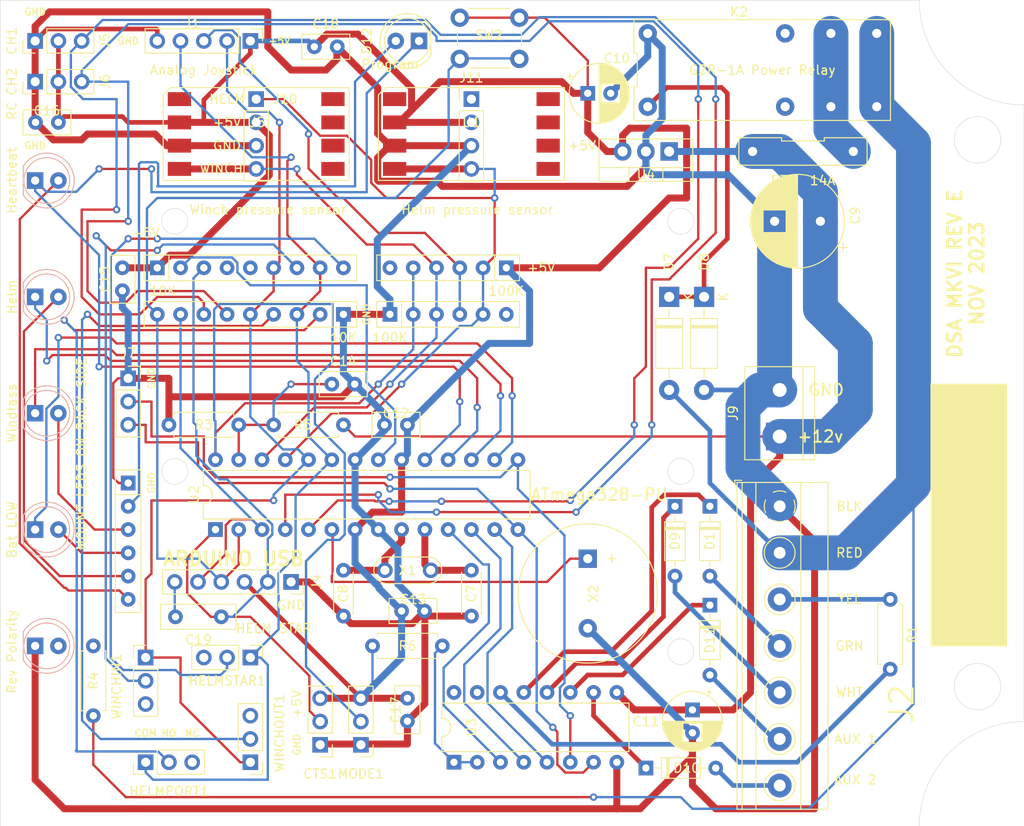
<source format=kicad_pcb>
(kicad_pcb (version 20171130) (host pcbnew "(5.1.9)-1")
  (layers (0 F.Cu signal) (31 B.Cu signal) (34 B.Paste user hide) (35 F.Paste user hide) (36 B.SilkS user hide) (37 F.SilkS user) (38 B.Mask user hide) (39 F.Mask user hide) (44 Edge.Cuts user))
  (net 0 "")
  (net 1 GNDREF)
  (net 2 "Net-(C7-Pad1)")
  (net 3 "Net-(C8-Pad1)")
  (net 4 +12V)
  (net 5 +5V)
  (net 6 "Net-(C14-Pad1)")
  (net 7 "Net-(D2-Pad2)")
  (net 8 "Net-(D3-Pad2)")
  (net 9 "Net-(D3-Pad1)")
  (net 10 "Net-(D4-Pad2)")
  (net 11 "Net-(D4-Pad1)")
  (net 12 "Net-(D5-Pad2)")
  (net 13 "Net-(D5-Pad1)")
  (net 14 +BATT)
  (net 15 "Net-(D7-Pad1)")
  (net 16 "Net-(D10-Pad2)")
  (net 17 "Net-(D10-Pad1)")
  (net 18 "Net-(D11-Pad2)")
  (net 19 "Net-(D11-Pad1)")
  (net 20 "Net-(F1-Pad2)")
  (net 21 "Net-(J1-Pad2)")
  (net 22 "Net-(J2-Pad3)")
  (net 23 "Net-(J4-Pad4)")
  (net 24 "Net-(R1-Pad2)")
  (net 25 "Net-(U2-Pad13)")
  (net 26 "Net-(U2-Pad12)")
  (net 27 "Net-(U2-Pad11)")
  (net 28 "Net-(D6-Pad2)")
  (net 29 "Net-(J4-Pad5)")
  (net 30 CH1)
  (net 31 CH2)
  (net 32 "Net-(J7-Pad2)")
  (net 33 "Net-(J7-Pad3)")
  (net 34 "Net-(D12-Pad2)")
  (net 35 "Net-(D12-Pad1)")
  (net 36 "Net-(C19-Pad2)")
  (net 37 "Net-(C19-Pad1)")
  (net 38 "Net-(D1-Pad2)")
  (net 39 "Net-(D1-Pad1)")
  (net 40 "Net-(D9-Pad2)")
  (net 41 "Net-(D9-Pad1)")
  (net 42 "Net-(J1-Pad3)")
  (net 43 "Net-(RN2-Pad2)")
  (net 44 "Net-(J10-Pad4)")
  (net 45 "Net-(J10-Pad1)")
  (net 46 "Net-(R6-Pad2)")
  (net 47 "Net-(U2-Pad6)")
  (net 48 "Net-(HELMPORT1-Pad2)")
  (net 49 "Net-(HELMPORT1-Pad1)")
  (net 50 "Net-(HELMSTAR1-Pad2)")
  (net 51 "Net-(MODE1-Pad2)")
  (net 52 "Net-(RN2-Pad7)")
  (net 53 "Net-(RN3-Pad4)")
  (module TerminalBlock_Phoenix:TerminalBlock_Phoenix_MKDS-1,5-7-5.08_1x07_P5.08mm_Horizontal (layer F.Cu) (at 181.61 107.315 270)
    (fp_text reference J2 (at 21.59 -13.335 90) (layer F.SilkS) (effects (font (size 2.54 2.54) (thickness 0.254))))
    (fp_text value ".200 EURO")
    (pad 7 thru_hole circle (at 30.48 0 270) (size 2.6 2.6) (drill 1.3) (layers *.Cu *.Mask) (net 16 "Net-(D10-Pad2)"))
    (pad 6 thru_hole circle (at 25.4 0 270) (size 2.6 2.6) (drill 1.3) (layers *.Cu *.Mask) (net 18 "Net-(D11-Pad2)"))
    (pad 5 thru_hole circle (at 20.32 0 270) (size 2.6 2.6) (drill 1.3) (layers *.Cu *.Mask) (net 40 "Net-(D9-Pad2)"))
    (pad 4 thru_hole circle (at 15.24 0 270) (size 2.6 2.6) (drill 1.3) (layers *.Cu *.Mask) (net 38 "Net-(D1-Pad2)"))
    (pad 3 thru_hole circle (at 10.16 0 270) (size 2.6 2.6) (drill 1.3) (layers *.Cu *.Mask) (net 22 "Net-(J2-Pad3)"))
    (pad 2 thru_hole circle (at 5.08 0 270) (size 2.6 2.6) (drill 1.3) (layers *.Cu *.Mask) (net 14 +BATT))
    (pad 1 thru_hole rect (at 0 0 270) (size 2.6 2.6) (drill 1.3) (layers *.Cu *.Mask) (net 1 GNDREF))
  )
  (module Resistor_THT:R_Array_SIP6 (layer F.Cu) (at 151.765 81.28 180)
    (fp_text reference 100K (at 0 -2.54) (layer F.SilkS))
    (fp_text value "100K SIP")
    (pad 6 thru_hole oval (at 12.7 0 180) (size 1.6 1.6) (drill 0.8) (layers *.Cu *.Mask))
    (pad 5 thru_hole oval (at 10.16 0 180) (size 1.6 1.6) (drill 0.8) (layers *.Cu *.Mask) (net 51 "Net-(MODE1-Pad2)"))
    (pad 4 thru_hole oval (at 7.62 0 180) (size 1.6 1.6) (drill 0.8) (layers *.Cu *.Mask) (net 44 "Net-(J10-Pad4)"))
    (pad 3 thru_hole oval (at 5.08 0 180) (size 1.6 1.6) (drill 0.8) (layers *.Cu *.Mask) (net 42 "Net-(J1-Pad3)"))
    (pad 2 thru_hole oval (at 2.54 0 180) (size 1.6 1.6) (drill 0.8) (layers *.Cu *.Mask) (net 45 "Net-(J10-Pad1)"))
    (pad 1 thru_hole rect (at 0 0 180) (size 1.6 1.6) (drill 0.8) (layers *.Cu *.Mask) (net 5 +5V))
  )
  (module Resistor_THT:R_Array_SIP6 (layer F.Cu) (at 139.065 86.36)
    (fp_text reference 100K (at 0 2.54) (layer F.SilkS))
    (fp_text value "100K SIP")
    (pad 6 thru_hole oval (at 12.7 0) (size 1.6 1.6) (drill 0.8) (layers *.Cu *.Mask))
    (pad 5 thru_hole oval (at 10.16 0) (size 1.6 1.6) (drill 0.8) (layers *.Cu *.Mask) (net 45 "Net-(J10-Pad1)"))
    (pad 4 thru_hole oval (at 7.62 0) (size 1.6 1.6) (drill 0.8) (layers *.Cu *.Mask) (net 42 "Net-(J1-Pad3)"))
    (pad 3 thru_hole oval (at 5.08 0) (size 1.6 1.6) (drill 0.8) (layers *.Cu *.Mask) (net 44 "Net-(J10-Pad4)"))
    (pad 2 thru_hole oval (at 2.54 0) (size 1.6 1.6) (drill 0.8) (layers *.Cu *.Mask) (net 51 "Net-(MODE1-Pad2)"))
    (pad 1 thru_hole rect (at 0 0) (size 1.6 1.6) (drill 0.8) (layers *.Cu *.Mask) (net 1 GNDREF))
  )
  (module Capacitor_THT:C_Disc_D8.0mm_W2.5mm_P5.00mm (layer F.Cu) (at 120.65 119.38 180)
    (fp_text reference C19 (at 2.5 -2.5) (layer F.SilkS))
    (fp_text value ".1uF 50V")
    (pad 2 thru_hole circle (at 5 0 180) (size 1.6 1.6) (drill 0.8) (layers *.Cu *.Mask) (net 36 "Net-(C19-Pad2)"))
    (pad 1 thru_hole circle (at 0 0 180) (size 1.6 1.6) (drill 0.8) (layers *.Cu *.Mask) (net 37 "Net-(C19-Pad1)"))
  )
  (module Capacitor_THT:C_Disc_D5.0mm_W2.5mm_P2.50mm (layer F.Cu) (at 109.855 81.28 270)
    (fp_text reference C15 (at 1.25 1.905 90) (layer F.SilkS))
    (fp_text value ".47uF 50V")
    (pad 2 thru_hole circle (at 2.5 0 270) (size 1.6 1.6) (drill 0.8) (layers *.Cu *.Mask) (net 1 GNDREF))
    (pad 1 thru_hole circle (at 0 0 270) (size 1.6 1.6) (drill 0.8) (layers *.Cu *.Mask) (net 5 +5V))
  )
  (module Capacitor_THT:C_Disc_D5.0mm_W2.5mm_P2.50mm (layer F.Cu) (at 132.715 93.98)
    (fp_text reference C14 (at 1.25 -2.5) (layer F.SilkS))
    (fp_text value 4N7)
    (pad 2 thru_hole circle (at 2.5 0) (size 1.6 1.6) (drill 0.8) (layers *.Cu *.Mask) (net 1 GNDREF))
    (pad 1 thru_hole circle (at 0 0) (size 1.6 1.6) (drill 0.8) (layers *.Cu *.Mask) (net 6 "Net-(C14-Pad1)"))
  )
  (module Capacitor_THT:C_Disc_D5.0mm_W2.5mm_P2.50mm (layer F.Cu) (at 102.87 65.405 180)
    (fp_text reference C16 (at 1.25 1.27) (layer F.SilkS))
    (fp_text value ".47uF 50V")
    (pad 2 thru_hole circle (at 2.5 0 180) (size 1.6 1.6) (drill 0.8) (layers *.Cu *.Mask) (net 1 GNDREF))
    (pad 1 thru_hole circle (at 0 0 180) (size 1.6 1.6) (drill 0.8) (layers *.Cu *.Mask) (net 5 +5V))
  )
  (module Capacitor_THT:C_Disc_D5.0mm_W2.5mm_P2.50mm (layer F.Cu) (at 130.81 57.15)
    (fp_text reference C18 (at 1.25 -2.5) (layer F.SilkS))
    (fp_text value ".47uF 50V")
    (pad 2 thru_hole circle (at 2.5 0) (size 1.6 1.6) (drill 0.8) (layers *.Cu *.Mask) (net 1 GNDREF))
    (pad 1 thru_hole circle (at 0 0) (size 1.6 1.6) (drill 0.8) (layers *.Cu *.Mask) (net 5 +5V))
  )
  (module Capacitor_THT:C_Disc_D5.0mm_W2.5mm_P2.50mm (layer F.Cu) (at 140.335 118.745)
    (fp_text reference C13 (at 1.27 -1.27) (layer F.SilkS))
    (fp_text value ".47uF 50V")
    (pad 2 thru_hole circle (at 2.5 0) (size 1.6 1.6) (drill 0.8) (layers *.Cu *.Mask) (net 1 GNDREF))
    (pad 1 thru_hole circle (at 0 0) (size 1.6 1.6) (drill 0.8) (layers *.Cu *.Mask) (net 5 +5V))
  )
  (module Capacitor_THT:C_Disc_D5.0mm_W2.5mm_P2.50mm (layer F.Cu) (at 140.97 128.27 270)
    (fp_text reference C17 (at 1.27 1.27 90) (layer F.SilkS))
    (fp_text value ".47uF 50V")
    (pad 2 thru_hole circle (at 2.5 0 270) (size 1.6 1.6) (drill 0.8) (layers *.Cu *.Mask) (net 1 GNDREF))
    (pad 1 thru_hole circle (at 0 0 270) (size 1.6 1.6) (drill 0.8) (layers *.Cu *.Mask) (net 5 +5V))
  )
  (module Capacitor_THT:C_Disc_D5.0mm_W2.5mm_P2.50mm (layer F.Cu) (at 140.97 98.425 180)
    (fp_text reference C12 (at 1.25 1.27) (layer F.SilkS))
    (fp_text value ".47uF 50V")
    (pad 2 thru_hole circle (at 2.5 0 180) (size 1.6 1.6) (drill 0.8) (layers *.Cu *.Mask) (net 1 GNDREF))
    (pad 1 thru_hole circle (at 0 0 180) (size 1.6 1.6) (drill 0.8) (layers *.Cu *.Mask) (net 5 +5V))
  )
  (module TerminalBlock:TerminalBlock_bornier-2_P5.08mm (layer F.Cu) (at 181.61 99.695 90)
    (fp_text reference J9 (at 2.54 -5.08 90) (layer F.SilkS))
    (fp_text value "Cytron Pwr")
    (pad 2 thru_hole circle (at 5.08 0 90) (size 3 3) (drill 1.52) (layers *.Cu *.Mask) (net 1 GNDREF))
    (pad 1 thru_hole rect (at 0 0 90) (size 3 3) (drill 1.52) (layers *.Cu *.Mask) (net 4 +12V))
  )
  (module Package_DIP:DIP-28_W7.62mm (layer F.Cu) (at 120.015 109.855 90)
    (fp_text reference U2 (at 3.81 -2.33 90) (layer F.SilkS))
    (fp_text value ATmega328-PU (at 3.81 41.91 180) (layer F.SilkS) (effects (font (size 1.27 1.27) (thickness 0.2032))))
    (pad 1 thru_hole rect (at 0 0 90) (size 1.6 1.6) (drill 0.8) (layers *.Cu *.Mask) (net 37 "Net-(C19-Pad1)"))
    (pad 15 thru_hole oval (at 7.62 33.02 90) (size 1.6 1.6) (drill 0.8) (layers *.Cu *.Mask) (net 32 "Net-(J7-Pad2)"))
    (pad 2 thru_hole oval (at 0 2.54 90) (size 1.6 1.6) (drill 0.8) (layers *.Cu *.Mask) (net 23 "Net-(J4-Pad4)"))
    (pad 16 thru_hole oval (at 7.62 30.48 90) (size 1.6 1.6) (drill 0.8) (layers *.Cu *.Mask) (net 13 "Net-(D5-Pad1)"))
    (pad 3 thru_hole oval (at 0 5.08 90) (size 1.6 1.6) (drill 0.8) (layers *.Cu *.Mask) (net 29 "Net-(J4-Pad5)"))
    (pad 17 thru_hole oval (at 7.62 27.94 90) (size 1.6 1.6) (drill 0.8) (layers *.Cu *.Mask) (net 11 "Net-(D4-Pad1)"))
    (pad 4 thru_hole oval (at 0 7.62 90) (size 1.6 1.6) (drill 0.8) (layers *.Cu *.Mask) (net 30 CH1))
    (pad 18 thru_hole oval (at 7.62 25.4 90) (size 1.6 1.6) (drill 0.8) (layers *.Cu *.Mask) (net 9 "Net-(D3-Pad1)"))
    (pad 5 thru_hole oval (at 0 10.16 90) (size 1.6 1.6) (drill 0.8) (layers *.Cu *.Mask) (net 31 CH2))
    (pad 19 thru_hole oval (at 7.62 22.86 90) (size 1.6 1.6) (drill 0.8) (layers *.Cu *.Mask) (net 35 "Net-(D12-Pad1)"))
    (pad 6 thru_hole oval (at 0 12.7 90) (size 1.6 1.6) (drill 0.8) (layers *.Cu *.Mask) (net 47 "Net-(U2-Pad6)"))
    (pad 20 thru_hole oval (at 7.62 20.32 90) (size 1.6 1.6) (drill 0.8) (layers *.Cu *.Mask) (net 5 +5V))
    (pad 7 thru_hole oval (at 0 15.24 90) (size 1.6 1.6) (drill 0.8) (layers *.Cu *.Mask) (net 5 +5V))
    (pad 21 thru_hole oval (at 7.62 17.78 90) (size 1.6 1.6) (drill 0.8) (layers *.Cu *.Mask) (net 43 "Net-(RN2-Pad2)"))
    (pad 8 thru_hole oval (at 0 17.78 90) (size 1.6 1.6) (drill 0.8) (layers *.Cu *.Mask) (net 1 GNDREF))
    (pad 22 thru_hole oval (at 7.62 15.24 90) (size 1.6 1.6) (drill 0.8) (layers *.Cu *.Mask) (net 1 GNDREF))
    (pad 9 thru_hole oval (at 0 20.32 90) (size 1.6 1.6) (drill 0.8) (layers *.Cu *.Mask) (net 3 "Net-(C8-Pad1)"))
    (pad 23 thru_hole oval (at 7.62 12.7 90) (size 1.6 1.6) (drill 0.8) (layers *.Cu *.Mask) (net 49 "Net-(HELMPORT1-Pad1)"))
    (pad 10 thru_hole oval (at 0 22.86 90) (size 1.6 1.6) (drill 0.8) (layers *.Cu *.Mask) (net 2 "Net-(C7-Pad1)"))
    (pad 24 thru_hole oval (at 7.62 10.16 90) (size 1.6 1.6) (drill 0.8) (layers *.Cu *.Mask) (net 21 "Net-(J1-Pad2)"))
    (pad 11 thru_hole oval (at 0 25.4 90) (size 1.6 1.6) (drill 0.8) (layers *.Cu *.Mask) (net 27 "Net-(U2-Pad11)"))
    (pad 25 thru_hole oval (at 7.62 7.62 90) (size 1.6 1.6) (drill 0.8) (layers *.Cu *.Mask) (net 45 "Net-(J10-Pad1)"))
    (pad 12 thru_hole oval (at 0 27.94 90) (size 1.6 1.6) (drill 0.8) (layers *.Cu *.Mask) (net 26 "Net-(U2-Pad12)"))
    (pad 26 thru_hole oval (at 7.62 5.08 90) (size 1.6 1.6) (drill 0.8) (layers *.Cu *.Mask) (net 44 "Net-(J10-Pad4)"))
    (pad 13 thru_hole oval (at 0 30.48 90) (size 1.6 1.6) (drill 0.8) (layers *.Cu *.Mask) (net 25 "Net-(U2-Pad13)"))
    (pad 27 thru_hole oval (at 7.62 2.54 90) (size 1.6 1.6) (drill 0.8) (layers *.Cu *.Mask) (net 6 "Net-(C14-Pad1)"))
    (pad 14 thru_hole oval (at 0 33.02 90) (size 1.6 1.6) (drill 0.8) (layers *.Cu *.Mask) (net 33 "Net-(J7-Pad3)"))
    (pad 28 thru_hole oval (at 7.62 0 90) (size 1.6 1.6) (drill 0.8) (layers *.Cu *.Mask) (net 51 "Net-(MODE1-Pad2)"))
  )
  (module LED_THT:LED_D5.0mm (layer B.Cu) (at 100.33 84.455)
    (fp_text reference D3 hide)
    (fp_text value Helm (at -2.54 0 90) (layer F.SilkS))
    (pad 2 thru_hole circle (at 2.54 0) (size 1.8 1.8) (drill 0.9) (layers *.Cu *.Mask) (net 8 "Net-(D3-Pad2)"))
    (pad 1 thru_hole rect (at 0 0) (size 1.8 1.8) (drill 0.9) (layers *.Cu *.Mask) (net 9 "Net-(D3-Pad1)"))
  )
  (module Connector_PinSocket_2.54mm:PinSocket_1x03_P2.54mm_Vertical (layer F.Cu) (at 110.49 93.345)
    (fp_text reference J7 (at 0 -2.77) (layer F.SilkS))
    (fp_text value "Cytron PWM")
    (pad 1 thru_hole rect (at 0 0) (size 1.7 1.7) (drill 1) (layers *.Cu *.Mask) (net 1 GNDREF))
    (pad 2 thru_hole oval (at 0 2.54) (size 1.7 1.7) (drill 1) (layers *.Cu *.Mask) (net 32 "Net-(J7-Pad2)"))
    (pad 3 thru_hole oval (at 0 5.08) (size 1.7 1.7) (drill 1) (layers *.Cu *.Mask) (net 33 "Net-(J7-Pad3)"))
  )
  (module Resistor_THT:R_Axial_DIN0207_L6.3mm_D2.5mm_P7.62mm_Horizontal (layer F.Cu) (at 137.16 122.555)
    (fp_text reference R6 (at 3.81 0) (layer F.SilkS))
    (fp_text value 10K)
    (pad 2 thru_hole oval (at 7.62 0) (size 1.6 1.6) (drill 0.8) (layers *.Cu *.Mask) (net 46 "Net-(R6-Pad2)"))
    (pad 1 thru_hole circle (at 0 0) (size 1.6 1.6) (drill 0.8) (layers *.Cu *.Mask) (net 5 +5V))
  )
  (module Connector_PinHeader_2.54mm:PinHeader_1x04_P2.54mm_Vertical (layer F.Cu) (at 147.955 62.865)
    (fp_text reference J11 (at 0 -2.33) (layer F.SilkS))
    (fp_text value "S&P HELM")
    (pad 4 thru_hole oval (at 0 7.62) (size 1.7 1.7) (drill 1) (layers *.Cu *.Mask) (net 45 "Net-(J10-Pad1)"))
    (pad 3 thru_hole oval (at 0 5.08) (size 1.7 1.7) (drill 1) (layers *.Cu *.Mask) (net 1 GNDREF))
    (pad 2 thru_hole oval (at 0 2.54) (size 1.7 1.7) (drill 1) (layers *.Cu *.Mask) (net 5 +5V))
    (pad 1 thru_hole rect (at 0 0) (size 1.7 1.7) (drill 1) (layers *.Cu *.Mask))
  )
  (module Connector_PinHeader_2.54mm:PinHeader_1x04_P2.54mm_Vertical (layer F.Cu) (at 124.46 62.865)
    (fp_text reference J10 (at 3.175 0) (layer F.SilkS))
    (fp_text value "S&P WINCH")
    (pad 4 thru_hole oval (at 0 7.62) (size 1.7 1.7) (drill 1) (layers *.Cu *.Mask) (net 44 "Net-(J10-Pad4)"))
    (pad 3 thru_hole oval (at 0 5.08) (size 1.7 1.7) (drill 1) (layers *.Cu *.Mask) (net 1 GNDREF))
    (pad 2 thru_hole oval (at 0 2.54) (size 1.7 1.7) (drill 1) (layers *.Cu *.Mask) (net 5 +5V))
    (pad 1 thru_hole rect (at 0 0) (size 1.7 1.7) (drill 1) (layers *.Cu *.Mask) (net 45 "Net-(J10-Pad1)"))
  )
  (module Resistor_THT:R_Array_SIP6 (layer F.Cu) (at 110.49 104.775 270)
    (fp_text reference RN1)
    (fp_text value 470R)
    (pad 1 thru_hole rect (at 0 0 270) (size 1.6 1.6) (drill 0.8) (layers *.Cu *.Mask) (net 1 GNDREF))
    (pad 2 thru_hole oval (at 2.54 0 270) (size 1.6 1.6) (drill 0.8) (layers *.Cu *.Mask) (net 34 "Net-(D12-Pad2)"))
    (pad 3 thru_hole oval (at 5.08 0 270) (size 1.6 1.6) (drill 0.8) (layers *.Cu *.Mask) (net 10 "Net-(D4-Pad2)"))
    (pad 4 thru_hole oval (at 7.62 0 270) (size 1.6 1.6) (drill 0.8) (layers *.Cu *.Mask) (net 12 "Net-(D5-Pad2)"))
    (pad 5 thru_hole oval (at 10.16 0 270) (size 1.6 1.6) (drill 0.8) (layers *.Cu *.Mask) (net 8 "Net-(D3-Pad2)"))
    (pad 6 thru_hole oval (at 12.7 0 270) (size 1.6 1.6) (drill 0.8) (layers *.Cu *.Mask) (net 7 "Net-(D2-Pad2)"))
  )
  (module "IML parts:MPXV7007" (layer F.Cu) (at 124.46 66.675 270)
    (fp_text reference U5 (at -1.27 0) (layer F.SilkS))
    (fp_text value "Winch pressure sensor" (at 8.255 -1.27 180) (layer F.SilkS))
    (pad 4 smd rect (at 3.81 8.38 270) (size 1.52 2.54) (layers F.Cu F.Paste F.Mask) (net 44 "Net-(J10-Pad4)"))
    (pad 5 smd rect (at 3.81 -8.38 270) (size 1.52 2.54) (layers F.Cu F.Paste F.Mask))
    (pad 3 smd rect (at 1.27 8.38 270) (size 1.52 2.54) (layers F.Cu F.Paste F.Mask) (net 1 GNDREF))
    (pad 6 smd rect (at 1.27 -8.38 270) (size 1.52 2.54) (layers F.Cu F.Paste F.Mask))
    (pad 2 smd rect (at -1.27 8.38 270) (size 1.52 2.54) (layers F.Cu F.Paste F.Mask) (net 5 +5V))
    (pad 7 smd rect (at -1.27 -8.38 270) (size 1.52 2.54) (layers F.Cu F.Paste F.Mask))
    (pad 1 smd rect (at -3.81 8.38 270) (size 1.52 2.54) (layers F.Cu F.Paste F.Mask))
    (pad 8 smd rect (at -3.81 -8.38 270) (size 1.52 2.54) (layers F.Cu F.Paste F.Mask))
  )
  (module Resistor_THT:R_Axial_DIN0207_L6.3mm_D2.5mm_P7.62mm_Horizontal (layer F.Cu) (at 193.675 117.475 270)
    (fp_text reference R1 (at 3.81 -2.37 90) (layer F.SilkS))
    (fp_text value 470R)
    (pad 2 thru_hole oval (at 7.62 0 270) (size 1.6 1.6) (drill 0.8) (layers *.Cu *.Mask) (net 24 "Net-(R1-Pad2)"))
    (pad 1 thru_hole circle (at 0 0 270) (size 1.6 1.6) (drill 0.8) (layers *.Cu *.Mask) (net 22 "Net-(J2-Pad3)"))
  )
  (module Resistor_THT:R_Array_SIP9 (layer F.Cu) (at 133.985 86.36 180)
    (fp_text reference 10K (at 0 -2.54) (layer F.SilkS))
    (fp_text value 10K)
    (pad 9 thru_hole oval (at 20.32 0 180) (size 1.6 1.6) (drill 0.8) (layers *.Cu *.Mask) (net 23 "Net-(J4-Pad4)"))
    (pad 8 thru_hole oval (at 17.78 0 180) (size 1.6 1.6) (drill 0.8) (layers *.Cu *.Mask) (net 29 "Net-(J4-Pad5)"))
    (pad 7 thru_hole oval (at 15.24 0 180) (size 1.6 1.6) (drill 0.8) (layers *.Cu *.Mask) (net 30 CH1))
    (pad 6 thru_hole oval (at 12.7 0 180) (size 1.6 1.6) (drill 0.8) (layers *.Cu *.Mask) (net 31 CH2))
    (pad 5 thru_hole oval (at 10.16 0 180) (size 1.6 1.6) (drill 0.8) (layers *.Cu *.Mask) (net 21 "Net-(J1-Pad2)"))
    (pad 4 thru_hole oval (at 7.62 0 180) (size 1.6 1.6) (drill 0.8) (layers *.Cu *.Mask) (net 53 "Net-(RN3-Pad4)"))
    (pad 3 thru_hole oval (at 5.08 0 180) (size 1.6 1.6) (drill 0.8) (layers *.Cu *.Mask) (net 49 "Net-(HELMPORT1-Pad1)"))
    (pad 2 thru_hole oval (at 2.54 0 180) (size 1.6 1.6) (drill 0.8) (layers *.Cu *.Mask) (net 48 "Net-(HELMPORT1-Pad2)"))
    (pad 1 thru_hole rect (at 0 0 180) (size 1.6 1.6) (drill 0.8) (layers *.Cu *.Mask) (net 1 GNDREF))
  )
  (module Buzzer_Beeper:Buzzer_15x7.5RM7.6 (layer F.Cu) (at 160.655 113.03 270)
    (fp_text reference X2 (at 3.81 -0.635 90) (layer F.SilkS))
    (fp_text value Buzzer)
    (fp_text user + (at -0.01 -2.54 90) (layer F.SilkS))
    (pad 2 thru_hole circle (at 7.6 0 270) (size 2 2) (drill 1) (layers *.Cu *.Mask) (net 1 GNDREF))
    (pad 1 thru_hole rect (at 0 0 270) (size 2 2) (drill 1) (layers *.Cu *.Mask) (net 47 "Net-(U2-Pad6)"))
  )
  (module Resistor_THT:R_Axial_DIN0207_L6.3mm_D2.5mm_P7.62mm_Horizontal (layer F.Cu) (at 133.985 98.425 180)
    (fp_text reference R5 (at 4.445 0) (layer F.SilkS))
    (fp_text value 11K)
    (pad 2 thru_hole oval (at 7.62 0 180) (size 1.6 1.6) (drill 0.8) (layers *.Cu *.Mask) (net 6 "Net-(C14-Pad1)"))
    (pad 1 thru_hole circle (at 0 0 180) (size 1.6 1.6) (drill 0.8) (layers *.Cu *.Mask) (net 4 +12V))
  )
  (module Resistor_THT:R_Array_SIP9 (layer F.Cu) (at 113.665 81.28)
    (fp_text reference 10K (at 0.635 2.54) (layer F.SilkS))
    (fp_text value 10K)
    (pad 9 thru_hole oval (at 20.32 0) (size 1.6 1.6) (drill 0.8) (layers *.Cu *.Mask) (net 50 "Net-(HELMSTAR1-Pad2)"))
    (pad 8 thru_hole oval (at 17.78 0) (size 1.6 1.6) (drill 0.8) (layers *.Cu *.Mask) (net 49 "Net-(HELMPORT1-Pad1)"))
    (pad 7 thru_hole oval (at 15.24 0) (size 1.6 1.6) (drill 0.8) (layers *.Cu *.Mask) (net 52 "Net-(RN2-Pad7)"))
    (pad 6 thru_hole oval (at 12.7 0) (size 1.6 1.6) (drill 0.8) (layers *.Cu *.Mask) (net 21 "Net-(J1-Pad2)"))
    (pad 5 thru_hole oval (at 10.16 0) (size 1.6 1.6) (drill 0.8) (layers *.Cu *.Mask))
    (pad 4 thru_hole oval (at 7.62 0) (size 1.6 1.6) (drill 0.8) (layers *.Cu *.Mask))
    (pad 3 thru_hole oval (at 5.08 0) (size 1.6 1.6) (drill 0.8) (layers *.Cu *.Mask) (net 37 "Net-(C19-Pad1)"))
    (pad 2 thru_hole oval (at 2.54 0) (size 1.6 1.6) (drill 0.8) (layers *.Cu *.Mask) (net 43 "Net-(RN2-Pad2)"))
    (pad 1 thru_hole rect (at 0 0) (size 1.6 1.6) (drill 0.8) (layers *.Cu *.Mask) (net 5 +5V))
  )
  (module Diode_THT:D_DO-35_SOD27_P7.62mm_Horizontal (layer F.Cu) (at 170.18 107.315 270)
    (fp_text reference D9 (at 3.81 0 90) (layer F.SilkS))
    (fp_text value BAT48RL)
    (pad 2 thru_hole oval (at 7.62 0 270) (size 1.6 1.6) (drill 0.8) (layers *.Cu *.Mask) (net 40 "Net-(D9-Pad2)"))
    (pad 1 thru_hole rect (at 0 0 270) (size 1.6 1.6) (drill 0.8) (layers *.Cu *.Mask) (net 41 "Net-(D9-Pad1)"))
  )
  (module Diode_THT:D_DO-35_SOD27_P7.62mm_Horizontal (layer F.Cu) (at 173.99 107.315 270)
    (fp_text reference D1 (at 3.81 0 90) (layer F.SilkS))
    (fp_text value BAT48RL)
    (pad 2 thru_hole oval (at 7.62 0 270) (size 1.6 1.6) (drill 0.8) (layers *.Cu *.Mask) (net 38 "Net-(D1-Pad2)"))
    (pad 1 thru_hole rect (at 0 0 270) (size 1.6 1.6) (drill 0.8) (layers *.Cu *.Mask) (net 39 "Net-(D1-Pad1)"))
  )
  (module Connector_PinHeader_2.54mm:PinHeader_1x03_P2.54mm_Vertical (layer F.Cu) (at 123.825 135.255 180)
    (fp_text reference WINCHOUT1 (at -3.175 3.175 90) (layer F.SilkS))
    (fp_text value "WINCH OUT")
    (pad 3 thru_hole oval (at 0 5.08 180) (size 1.7 1.7) (drill 1) (layers *.Cu *.Mask))
    (pad 2 thru_hole oval (at 0 2.54 180) (size 1.7 1.7) (drill 1) (layers *.Cu *.Mask) (net 53 "Net-(RN3-Pad4)"))
    (pad 1 thru_hole rect (at 0 0 180) (size 1.7 1.7) (drill 1) (layers *.Cu *.Mask) (net 21 "Net-(J1-Pad2)"))
  )
  (module Connector_PinHeader_2.54mm:PinHeader_1x03_P2.54mm_Vertical (layer F.Cu) (at 112.395 135.255 90)
    (fp_text reference HELMPORT1 (at -3.175 2.54 180) (layer F.SilkS))
    (fp_text value "HELM PORT")
    (pad 3 thru_hole oval (at 0 5.08 90) (size 1.7 1.7) (drill 1) (layers *.Cu *.Mask))
    (pad 2 thru_hole oval (at 0 2.54 90) (size 1.7 1.7) (drill 1) (layers *.Cu *.Mask) (net 48 "Net-(HELMPORT1-Pad2)"))
    (pad 1 thru_hole rect (at 0 0 90) (size 1.7 1.7) (drill 1) (layers *.Cu *.Mask) (net 49 "Net-(HELMPORT1-Pad1)"))
  )
  (module Connector_PinHeader_2.54mm:PinHeader_1x03_P2.54mm_Vertical (layer F.Cu) (at 112.395 123.825)
    (fp_text reference WINCHIN1 (at -3.175 3.175 -90) (layer F.SilkS))
    (fp_text value "WINCH IN")
    (pad 3 thru_hole oval (at 0 5.08) (size 1.7 1.7) (drill 1) (layers *.Cu *.Mask))
    (pad 2 thru_hole oval (at 0 2.54) (size 1.7 1.7) (drill 1) (layers *.Cu *.Mask) (net 52 "Net-(RN2-Pad7)"))
    (pad 1 thru_hole rect (at 0 0) (size 1.7 1.7) (drill 1) (layers *.Cu *.Mask) (net 21 "Net-(J1-Pad2)"))
  )
  (module Connector_PinHeader_2.54mm:PinHeader_1x03_P2.54mm_Vertical (layer F.Cu) (at 123.825 123.825 270)
    (fp_text reference HELMSTAR1 (at 2.54 2.54 180) (layer F.SilkS))
    (fp_text value "HELM STAR")
    (pad 3 thru_hole oval (at 0 5.08 270) (size 1.7 1.7) (drill 1) (layers *.Cu *.Mask))
    (pad 2 thru_hole oval (at 0 2.54 270) (size 1.7 1.7) (drill 1) (layers *.Cu *.Mask) (net 50 "Net-(HELMSTAR1-Pad2)"))
    (pad 1 thru_hole rect (at 0 0 270) (size 1.7 1.7) (drill 1) (layers *.Cu *.Mask) (net 49 "Net-(HELMPORT1-Pad1)"))
  )
  (module Connector_PinHeader_2.54mm:PinHeader_1x03_P2.54mm_Vertical (layer F.Cu) (at 135.89 133.35 180)
    (fp_text reference MODE1 (at 0 -3.175) (layer F.SilkS))
    (fp_text value Jumper_MODE)
    (pad 3 thru_hole oval (at 0 5.08 180) (size 1.7 1.7) (drill 1) (layers *.Cu *.Mask) (net 5 +5V))
    (pad 2 thru_hole oval (at 0 2.54 180) (size 1.7 1.7) (drill 1) (layers *.Cu *.Mask) (net 51 "Net-(MODE1-Pad2)"))
    (pad 1 thru_hole rect (at 0 0 180) (size 1.7 1.7) (drill 1) (layers *.Cu *.Mask) (net 1 GNDREF))
  )
  (module Connector_PinHeader_2.54mm:PinHeader_1x03_P2.54mm_Vertical (layer F.Cu) (at 131.445 133.35 180)
    (fp_text reference CTS1 (at 0 -3.175) (layer F.SilkS))
    (fp_text value Jumper_CTS)
    (pad 3 thru_hole oval (at 0 5.08 180) (size 1.7 1.7) (drill 1) (layers *.Cu *.Mask) (net 5 +5V))
    (pad 2 thru_hole oval (at 0 2.54 180) (size 1.7 1.7) (drill 1) (layers *.Cu *.Mask) (net 37 "Net-(C19-Pad1)"))
    (pad 1 thru_hole rect (at 0 0 180) (size 1.7 1.7) (drill 1) (layers *.Cu *.Mask) (net 1 GNDREF))
  )
  (module Connector_PinHeader_2.54mm:PinHeader_1x03_P2.54mm_Vertical (layer F.Cu) (at 100.33 60.96 90)
    (fp_text reference J6 (at 0 7.62 90) (layer F.SilkS))
    (fp_text value CH2 (at 0 -2.54 90) (layer F.SilkS))
    (pad 3 thru_hole oval (at 0 5.08 90) (size 1.7 1.7) (drill 1) (layers *.Cu *.Mask) (net 31 CH2))
    (pad 2 thru_hole oval (at 0 2.54 90) (size 1.7 1.7) (drill 1) (layers *.Cu *.Mask) (net 5 +5V))
    (pad 1 thru_hole rect (at 0 0 90) (size 1.7 1.7) (drill 1) (layers *.Cu *.Mask) (net 1 GNDREF))
  )
  (module Connector_PinHeader_2.54mm:PinHeader_1x03_P2.54mm_Vertical (layer F.Cu) (at 100.33 56.515 90)
    (fp_text reference J5 (at 0 7.62 90) (layer F.SilkS))
    (fp_text value CH1 (at 0 -2.54 90) (layer F.SilkS))
    (pad 3 thru_hole oval (at 0 5.08 90) (size 1.7 1.7) (drill 1) (layers *.Cu *.Mask) (net 30 CH1))
    (pad 2 thru_hole oval (at 0 2.54 90) (size 1.7 1.7) (drill 1) (layers *.Cu *.Mask) (net 5 +5V))
    (pad 1 thru_hole rect (at 0 0 90) (size 1.7 1.7) (drill 1) (layers *.Cu *.Mask) (net 1 GNDREF))
  )
  (module Crystal:Resonator-2Pin_W7.0mm_H2.5mm (layer F.Cu) (at 143.51 114.3 180)
    (fp_text reference X1 (at 2.54 0) (layer F.SilkS))
    (fp_text value "16 mhz xtal")
    (pad 1 thru_hole circle (at 0 0 180) (size 1.7 1.7) (drill 1) (layers *.Cu *.Mask) (net 2 "Net-(C7-Pad1)"))
    (pad 2 thru_hole circle (at 5 0 180) (size 1.7 1.7) (drill 1) (layers *.Cu *.Mask) (net 3 "Net-(C8-Pad1)"))
  )
  (module Package_DIP:DIP-16_W7.62mm (layer F.Cu) (at 146.05 135.255 90)
    (fp_text reference U3 (at 3.81 1.905 90) (layer F.SilkS))
    (fp_text value ULN2003)
    (pad 1 thru_hole rect (at 0 0 90) (size 1.6 1.6) (drill 0.8) (layers *.Cu *.Mask) (net 46 "Net-(R6-Pad2)"))
    (pad 9 thru_hole oval (at 7.62 17.78 90) (size 1.6 1.6) (drill 0.8) (layers *.Cu *.Mask) (net 4 +12V))
    (pad 2 thru_hole oval (at 0 2.54 90) (size 1.6 1.6) (drill 0.8) (layers *.Cu *.Mask) (net 46 "Net-(R6-Pad2)"))
    (pad 10 thru_hole oval (at 7.62 15.24 90) (size 1.6 1.6) (drill 0.8) (layers *.Cu *.Mask) (net 17 "Net-(D10-Pad1)"))
    (pad 3 thru_hole oval (at 0 5.08 90) (size 1.6 1.6) (drill 0.8) (layers *.Cu *.Mask) (net 27 "Net-(U2-Pad11)"))
    (pad 11 thru_hole oval (at 7.62 12.7 90) (size 1.6 1.6) (drill 0.8) (layers *.Cu *.Mask) (net 19 "Net-(D11-Pad1)"))
    (pad 4 thru_hole oval (at 0 7.62 90) (size 1.6 1.6) (drill 0.8) (layers *.Cu *.Mask) (net 26 "Net-(U2-Pad12)"))
    (pad 12 thru_hole oval (at 7.62 10.16 90) (size 1.6 1.6) (drill 0.8) (layers *.Cu *.Mask) (net 41 "Net-(D9-Pad1)"))
    (pad 5 thru_hole oval (at 0 10.16 90) (size 1.6 1.6) (drill 0.8) (layers *.Cu *.Mask) (net 25 "Net-(U2-Pad13)"))
    (pad 13 thru_hole oval (at 7.62 7.62 90) (size 1.6 1.6) (drill 0.8) (layers *.Cu *.Mask) (net 39 "Net-(D1-Pad1)"))
    (pad 6 thru_hole oval (at 0 12.7 90) (size 1.6 1.6) (drill 0.8) (layers *.Cu *.Mask) (net 32 "Net-(J7-Pad2)"))
    (pad 14 thru_hole oval (at 7.62 5.08 90) (size 1.6 1.6) (drill 0.8) (layers *.Cu *.Mask) (net 24 "Net-(R1-Pad2)"))
    (pad 7 thru_hole oval (at 0 15.24 90) (size 1.6 1.6) (drill 0.8) (layers *.Cu *.Mask) (net 33 "Net-(J7-Pad3)"))
    (pad 15 thru_hole oval (at 7.62 2.54 90) (size 1.6 1.6) (drill 0.8) (layers *.Cu *.Mask))
    (pad 8 thru_hole oval (at 0 17.78 90) (size 1.6 1.6) (drill 0.8) (layers *.Cu *.Mask) (net 1 GNDREF))
    (pad 16 thru_hole oval (at 7.62 0 90) (size 1.6 1.6) (drill 0.8) (layers *.Cu *.Mask))
  )
  (module "IML parts:MPXV7007" (layer F.Cu) (at 147.955 66.675 270)
    (fp_text reference U1 (at -1.27 0) (layer F.SilkS))
    (fp_text value "Helm pressure sensor" (at 8.255 -0.635 180) (layer F.SilkS))
    (pad 4 smd rect (at 3.81 8.38 270) (size 1.52 2.54) (layers F.Cu F.Paste F.Mask) (net 45 "Net-(J10-Pad1)"))
    (pad 5 smd rect (at 3.81 -8.38 270) (size 1.52 2.54) (layers F.Cu F.Paste F.Mask))
    (pad 3 smd rect (at 1.27 8.38 270) (size 1.52 2.54) (layers F.Cu F.Paste F.Mask) (net 1 GNDREF))
    (pad 6 smd rect (at 1.27 -8.38 270) (size 1.52 2.54) (layers F.Cu F.Paste F.Mask))
    (pad 2 smd rect (at -1.27 8.38 270) (size 1.52 2.54) (layers F.Cu F.Paste F.Mask) (net 5 +5V))
    (pad 7 smd rect (at -1.27 -8.38 270) (size 1.52 2.54) (layers F.Cu F.Paste F.Mask))
    (pad 1 smd rect (at -3.81 8.38 270) (size 1.52 2.54) (layers F.Cu F.Paste F.Mask))
    (pad 8 smd rect (at -3.81 -8.38 270) (size 1.52 2.54) (layers F.Cu F.Paste F.Mask))
  )
  (module Capacitor_THT:CP_Radial_D6.3mm_P2.50mm (layer F.Cu) (at 172.085 129.54 270)
    (fp_text reference C11 (at 1.27 5.08 180) (layer F.SilkS))
    (fp_text value "10uF 16V")
    (pad 1 thru_hole rect (at 0 0 270) (size 1.6 1.6) (drill 0.8) (layers *.Cu *.Mask) (net 4 +12V))
    (pad 2 thru_hole circle (at 2.5 0 270) (size 1.6 1.6) (drill 0.8) (layers *.Cu *.Mask) (net 1 GNDREF))
  )
  (module Button_Switch_THT:SW_PUSH_6mm_H4.3mm (layer F.Cu) (at 146.685 53.975)
    (fp_text reference SW2 (at 3.175 1.905 180) (layer F.SilkS))
    (fp_text value Program (at -7.62 5.08) (layer F.SilkS))
    (pad 1 thru_hole circle (at 6.5 0 90) (size 2 2) (drill 1.1) (layers *.Cu *.Mask) (net 5 +5V))
    (pad 2 thru_hole circle (at 6.5 4.5 90) (size 2 2) (drill 1.1) (layers *.Cu *.Mask) (net 23 "Net-(J4-Pad4)"))
    (pad 1 thru_hole circle (at 0 0 90) (size 2 2) (drill 1.1) (layers *.Cu *.Mask) (net 5 +5V))
    (pad 2 thru_hole circle (at 0 4.5 90) (size 2 2) (drill 1.1) (layers *.Cu *.Mask) (net 23 "Net-(J4-Pad4)"))
  )
  (module Capacitor_THT:C_Disc_D4.3mm_W1.9mm_P5.00mm (layer F.Cu) (at 147.955 114.3 270)
    (fp_text reference C7 (at 2.54 0 90) (layer F.SilkS))
    (fp_text value "22 pF")
    (pad 2 thru_hole circle (at 5 0 270) (size 1.6 1.6) (drill 0.8) (layers *.Cu *.Mask) (net 1 GNDREF))
    (pad 1 thru_hole circle (at 0 0 270) (size 1.6 1.6) (drill 0.8) (layers *.Cu *.Mask) (net 2 "Net-(C7-Pad1)"))
  )
  (module Capacitor_THT:C_Disc_D4.3mm_W1.9mm_P5.00mm (layer F.Cu) (at 133.985 114.3 270)
    (fp_text reference C8 (at 2.54 0 90) (layer F.SilkS))
    (fp_text value "22 pF")
    (pad 1 thru_hole circle (at 0 0 270) (size 1.6 1.6) (drill 0.8) (layers *.Cu *.Mask) (net 3 "Net-(C8-Pad1)"))
    (pad 2 thru_hole circle (at 5 0 270) (size 1.6 1.6) (drill 0.8) (layers *.Cu *.Mask) (net 1 GNDREF))
  )
  (module Capacitor_THT:CP_Radial_D10.0mm_P5.00mm (layer F.Cu) (at 186.055 76.2 180)
    (fp_text reference C9 (at -3.81 0.635 270) (layer F.SilkS))
    (fp_text value "1000 uF 16V")
    (pad 1 thru_hole rect (at 0 0 180) (size 2 2) (drill 1) (layers *.Cu *.Mask) (net 4 +12V))
    (pad 2 thru_hole circle (at 5 0 180) (size 2 2) (drill 1) (layers *.Cu *.Mask) (net 1 GNDREF))
  )
  (module Capacitor_THT:CP_Radial_D6.3mm_P2.50mm (layer F.Cu) (at 160.655 62.23)
    (fp_text reference C10 (at 3.175 -3.81) (layer F.SilkS))
    (fp_text value "10 uF 16V")
    (pad 2 thru_hole circle (at 2.5 0) (size 1.6 1.6) (drill 0.8) (layers *.Cu *.Mask) (net 1 GNDREF))
    (pad 1 thru_hole rect (at 0 0) (size 1.6 1.6) (drill 0.8) (layers *.Cu *.Mask) (net 5 +5V))
  )
  (module LED_THT:LED_D5.0mm (layer B.Cu) (at 100.33 71.755)
    (fp_text reference D2 hide)
    (fp_text value Heartbeat (at -2.54 0 90) (layer F.SilkS))
    (pad 1 thru_hole rect (at 0 0) (size 1.8 1.8) (drill 0.9) (layers *.Cu *.Mask) (net 35 "Net-(D12-Pad1)"))
    (pad 2 thru_hole circle (at 2.54 0) (size 1.8 1.8) (drill 0.9) (layers *.Cu *.Mask) (net 7 "Net-(D2-Pad2)"))
  )
  (module LED_THT:LED_D5.0mm (layer B.Cu) (at 100.33 97.155)
    (fp_text reference D4 hide)
    (fp_text value Windlass (at -2.54 0 90) (layer F.SilkS))
    (pad 2 thru_hole circle (at 2.54 0) (size 1.8 1.8) (drill 0.9) (layers *.Cu *.Mask) (net 10 "Net-(D4-Pad2)"))
    (pad 1 thru_hole rect (at 0 0) (size 1.8 1.8) (drill 0.9) (layers *.Cu *.Mask) (net 11 "Net-(D4-Pad1)"))
  )
  (module LED_THT:LED_D5.0mm (layer B.Cu) (at 100.33 109.855)
    (fp_text reference D5 hide)
    (fp_text value "Bat LOW" (at -2.54 0 90) (layer F.SilkS))
    (pad 1 thru_hole rect (at 0 0) (size 1.8 1.8) (drill 0.9) (layers *.Cu *.Mask) (net 13 "Net-(D5-Pad1)"))
    (pad 2 thru_hole circle (at 2.54 0) (size 1.8 1.8) (drill 0.9) (layers *.Cu *.Mask) (net 12 "Net-(D5-Pad2)"))
  )
  (module LED_THT:LED_D5.0mm (layer B.Cu) (at 100.33 122.555)
    (fp_text reference D6 hide)
    (fp_text value "Rev Polarity" (at -2.54 0.635 90) (layer F.SilkS))
    (pad 1 thru_hole rect (at 0 0) (size 1.8 1.8) (drill 0.9) (layers *.Cu *.Mask) (net 1 GNDREF))
    (pad 2 thru_hole circle (at 2.54 0) (size 1.8 1.8) (drill 0.9) (layers *.Cu *.Mask) (net 28 "Net-(D6-Pad2)"))
  )
  (module Diode_THT:D_DO-41_SOD81_P10.16mm_Horizontal (layer F.Cu) (at 169.545 84.455 270)
    (fp_text reference D7 (at -3.81 0 90) (layer F.SilkS))
    (fp_text value 1N4001)
    (fp_text user K (at 0 -2.1 90) (layer F.SilkS))
    (pad 1 thru_hole rect (at 0 0 270) (size 2.2 2.2) (drill 1.1) (layers *.Cu *.Mask) (net 15 "Net-(D7-Pad1)"))
    (pad 2 thru_hole oval (at 10.16 0 270) (size 2.2 2.2) (drill 1.1) (layers *.Cu *.Mask) (net 14 +BATT))
  )
  (module Diode_THT:D_DO-41_SOD81_P10.16mm_Horizontal (layer F.Cu) (at 173.355 84.455 270)
    (fp_text reference D8 (at -3.81 0 90) (layer F.SilkS))
    (fp_text value 1N4001)
    (fp_text user K (at 0 -2.1 90) (layer F.SilkS))
    (pad 2 thru_hole oval (at 10.16 0 270) (size 2.2 2.2) (drill 1.1) (layers *.Cu *.Mask) (net 1 GNDREF))
    (pad 1 thru_hole rect (at 0 0 270) (size 2.2 2.2) (drill 1.1) (layers *.Cu *.Mask) (net 15 "Net-(D7-Pad1)"))
  )
  (module Diode_THT:D_DO-35_SOD27_P7.62mm_Horizontal (layer F.Cu) (at 167.005 135.89)
    (fp_text reference D10 (at 4.445 0) (layer F.SilkS))
    (fp_text value BAT48RL)
    (pad 2 thru_hole oval (at 7.62 0) (size 1.6 1.6) (drill 0.8) (layers *.Cu *.Mask) (net 16 "Net-(D10-Pad2)"))
    (pad 1 thru_hole rect (at 0 0) (size 1.6 1.6) (drill 0.8) (layers *.Cu *.Mask) (net 17 "Net-(D10-Pad1)"))
  )
  (module Diode_THT:D_DO-35_SOD27_P7.62mm_Horizontal (layer F.Cu) (at 173.99 118.11 270)
    (fp_text reference D11 (at 3.81 0 90) (layer F.SilkS))
    (fp_text value BAT48RL)
    (pad 1 thru_hole rect (at 0 0 270) (size 1.6 1.6) (drill 0.8) (layers *.Cu *.Mask) (net 19 "Net-(D11-Pad1)"))
    (pad 2 thru_hole oval (at 7.62 0 270) (size 1.6 1.6) (drill 0.8) (layers *.Cu *.Mask) (net 18 "Net-(D11-Pad2)"))
  )
  (module Connector_PinHeader_2.54mm:PinHeader_1x05_P2.54mm_Vertical (layer F.Cu) (at 123.825 56.515 270)
    (fp_text reference J1 (at -1.905 6.35 180) (layer F.SilkS))
    (fp_text value "Analog Joystick" (at 3.175 5.08 180) (layer F.SilkS))
    (pad 1 thru_hole rect (at 0 0 270) (size 1.7 1.7) (drill 1) (layers *.Cu *.Mask) (net 5 +5V))
    (pad 2 thru_hole oval (at 0 2.54 270) (size 1.7 1.7) (drill 1) (layers *.Cu *.Mask) (net 21 "Net-(J1-Pad2)"))
    (pad 3 thru_hole oval (at 0 5.08 270) (size 1.7 1.7) (drill 1) (layers *.Cu *.Mask) (net 42 "Net-(J1-Pad3)"))
    (pad 4 thru_hole oval (at 0 7.62 270) (size 1.7 1.7) (drill 1) (layers *.Cu *.Mask) (net 49 "Net-(HELMPORT1-Pad1)"))
    (pad 5 thru_hole oval (at 0 10.16 270) (size 1.7 1.7) (drill 1) (layers *.Cu *.Mask) (net 1 GNDREF))
  )
  (module "IML parts:G2R-1A" (layer F.Cu) (at 179.705 59.69)
    (fp_text reference K2 (at -2.54 -6.35 180) (layer F.SilkS))
    (fp_text value "G2R-1A Power Relay" (at 0 0) (layer F.SilkS))
    (pad 8 thru_hole circle (at -12.5 -4) (size 2 2) (drill 1) (layers *.Cu *.Mask) (net 1 GNDREF))
    (pad 1 thru_hole circle (at -12.5 4) (size 2 2) (drill 1) (layers *.Cu *.Mask) (net 15 "Net-(D7-Pad1)"))
    (pad 7 thru_hole circle (at 2.5 -4) (size 2 2) (drill 1) (layers *.Cu *.Mask))
    (pad 2 thru_hole circle (at 2.5 4) (size 2 2) (drill 1) (layers *.Cu *.Mask))
    (pad 6 thru_hole circle (at 7.5 -4) (size 2 2) (drill 1) (layers *.Cu *.Mask) (net 20 "Net-(F1-Pad2)"))
    (pad 3 thru_hole circle (at 7.5 4) (size 2 2) (drill 1) (layers *.Cu *.Mask) (net 20 "Net-(F1-Pad2)"))
    (pad 5 thru_hole circle (at 12.5 -4) (size 2 2) (drill 1) (layers *.Cu *.Mask) (net 14 +BATT))
    (pad 4 thru_hole circle (at 12.5 4) (size 2 2) (drill 1) (layers *.Cu *.Mask) (net 14 +BATT))
  )
  (module Resistor_THT:R_Axial_DIN0207_L6.3mm_D2.5mm_P7.62mm_Horizontal (layer F.Cu) (at 122.555 98.425 180)
    (fp_text reference R3 (at 3.81 0) (layer F.SilkS))
    (fp_text value 4.9K)
    (pad 1 thru_hole circle (at 0 0 180) (size 1.6 1.6) (drill 0.8) (layers *.Cu *.Mask) (net 6 "Net-(C14-Pad1)"))
    (pad 2 thru_hole oval (at 7.62 0 180) (size 1.6 1.6) (drill 0.8) (layers *.Cu *.Mask) (net 1 GNDREF))
  )
  (module Resistor_THT:R_Axial_DIN0207_L6.3mm_D2.5mm_P7.62mm_Horizontal (layer F.Cu) (at 106.68 130.175 90)
    (fp_text reference R4 (at 3.81 0 90) (layer F.SilkS))
    (fp_text value 1K)
    (pad 2 thru_hole oval (at 7.62 0 90) (size 1.6 1.6) (drill 0.8) (layers *.Cu *.Mask) (net 28 "Net-(D6-Pad2)"))
    (pad 1 thru_hole circle (at 0 0 90) (size 1.6 1.6) (drill 0.8) (layers *.Cu *.Mask) (net 14 +BATT))
  )
  (module Package_TO_SOT_THT:TO-220-3_Vertical (layer F.Cu) (at 169.545 68.58 180)
    (fp_text reference U4 (at 2.54 -2.54) (layer F.SilkS))
    (fp_text value L7805)
    (pad 1 thru_hole rect (at 0 0 180) (size 1.905 2) (drill 1.1) (layers *.Cu *.Mask) (net 4 +12V))
    (pad 2 thru_hole oval (at 2.54 0 180) (size 1.905 2) (drill 1.1) (layers *.Cu *.Mask) (net 1 GNDREF))
    (pad 3 thru_hole oval (at 5.08 0 180) (size 1.905 2) (drill 1.1) (layers *.Cu *.Mask) (net 5 +5V))
  )
  (module Connector_PinSocket_2.54mm:PinSocket_1x06_P2.54mm_Vertical (layer F.Cu) (at 128.27 115.57 270)
    (fp_text reference J4 (at 0 -2.77 90) (layer F.SilkS))
    (fp_text value USB)
    (pad 1 thru_hole rect (at 0 0 270) (size 1.7 1.7) (drill 1) (layers *.Cu *.Mask) (net 1 GNDREF))
    (pad 2 thru_hole oval (at 0 2.54 270) (size 1.7 1.7) (drill 1) (layers *.Cu *.Mask) (net 37 "Net-(C19-Pad1)"))
    (pad 3 thru_hole oval (at 0 5.08 270) (size 1.7 1.7) (drill 1) (layers *.Cu *.Mask) (net 5 +5V))
    (pad 4 thru_hole oval (at 0 7.62 270) (size 1.7 1.7) (drill 1) (layers *.Cu *.Mask) (net 23 "Net-(J4-Pad4)"))
    (pad 5 thru_hole oval (at 0 10.16 270) (size 1.7 1.7) (drill 1) (layers *.Cu *.Mask) (net 29 "Net-(J4-Pad5)"))
    (pad 6 thru_hole oval (at 0 12.7 270) (size 1.7 1.7) (drill 1) (layers *.Cu *.Mask) (net 36 "Net-(C19-Pad2)"))
  )
  (module LED_THT:LED_D5.0mm (layer F.Cu) (at 142.24 56.515 180)
    (fp_text reference D12 (at 5.715 0 90) (layer F.SilkS))
    (fp_text value "Program LED" hide)
    (pad 1 thru_hole rect (at 0 0 180) (size 1.8 1.8) (drill 0.9) (layers *.Cu *.Mask) (net 35 "Net-(D12-Pad1)"))
    (pad 2 thru_hole circle (at 2.54 0 180) (size 1.8 1.8) (drill 0.9) (layers *.Cu *.Mask) (net 34 "Net-(D12-Pad2)"))
  )
  (module "IML parts:PTC14" (layer F.Cu) (at 184.15 68.58 270)
    (fp_text reference F1 hide)
    (fp_text value "PTC  14A" (at 3.175 0) (layer F.SilkS))
    (pad 2 thru_hole circle (at 0 -5.5 270) (size 2 2) (drill 1) (layers *.Cu *.Mask) (net 20 "Net-(F1-Pad2)"))
    (pad 1 thru_hole circle (at 0 5.5 270) (size 2 2) (drill 1) (layers *.Cu *.Mask) (net 4 +12V))
  )
  (gr_text GND (at 113.03 93.345 90) (layer F.SilkS) (effects (font (size 0.762 0.762) (thickness 0.1524))))
  (gr_text GND (at 113.03 104.775 90) (layer F.SilkS) (effects (font (size 0.762 0.762) (thickness 0.1524))))
  (gr_text +5V (at 112.395 77.47) (layer F.SilkS) (effects (font (size 1 1))))
  (gr_text GND (at 136.525 86.36 90) (layer F.SilkS) (effects (font (size 0.762 0.762) (thickness 0.1524))))
  (gr_text GND (at 100.33 53.34) (layer F.SilkS) (effects (font (size 0.762 0.762) (thickness 0.1524))))
  (gr_text HELM (at 121.285 62.865) (layer F.SilkS) (effects (font (size 1 1))))
  (gr_text "HELM STAR" (at 126.365 120.65) (layer F.SilkS) (effects (font (size 1 1))))
  (gr_text +5V (at 128.905 128.905 90) (layer F.SilkS) (effects (font (size 1 1))))
  (gr_text +5V (at 155.575 81.28) (layer F.SilkS) (effects (font (size 1 1))))
  (gr_text GND (at 128.27 118.11) (layer F.SilkS) (effects (font (size 1 1))))
  (gr_text GND (at 121.285 67.945) (layer F.SilkS) (effects (font (size 1 1))))
  (gr_text +5V (at 121.285 65.405) (layer F.SilkS) (effects (font (size 1 1))))
  (gr_text WINCH (at 120.65 70.485) (layer F.SilkS) (effects (font (size 1 1))))
  (gr_text +5V (at 160.02 67.945) (layer F.SilkS) (effects (font (size 1 1))))
  (gr_text "AUX 2" (at 189.865 137.16) (layer F.SilkS) (effects (font (size 1 1))))
  (gr_text "AUX 1" (at 189.865 132.715) (layer F.SilkS) (effects (font (size 1 1))))
  (gr_circle (center 170.815 123.19) (end 172.085 122.555) (layer Edge.Cuts) (width 0.05))
  (gr_circle (center 115.57 76.2) (end 116.84 75.565) (layer Edge.Cuts) (width 0.05))
  (gr_circle (center 170.815 76.2) (end 172.085 75.565) (layer Edge.Cuts) (width 0.05))
  (gr_circle (center 170.815 103.505) (end 172.085 102.87) (layer Edge.Cuts) (width 0.05))
  (gr_circle (center 115.57 103.505) (end 114.3 104.14) (layer Edge.Cuts) (width 0.05))
  (gr_circle (center 203.2 67.31) (end 200.66 67.31) (layer Edge.Cuts) (width 0.05))
  (gr_circle (center 203.2 127) (end 200.66 127) (layer Edge.Cuts) (width 0.05))
  (gr_text RC (at 97.79 64.135 90) (layer F.SilkS) (effects (font (size 1 1))))
  (gr_text "MOUNT LEDS ON BACK SIDE" (at 105.41 101.6 90) (layer F.SilkS) (effects (font (size 1 1))))
  (gr_text +5V (at 127 56.515) (layer F.SilkS) (effects (font (size 0.762 0.762) (thickness 0.1524))))
  (gr_text NC (at 117.475 132.08) (layer F.SilkS) (effects (font (size 0.762 0.762) (thickness 0.1524))))
  (gr_text NO (at 114.935 132.08) (layer F.SilkS) (effects (font (size 0.762 0.762) (thickness 0.1524))))
  (gr_text COM (at 112.395 132.08) (layer F.SilkS) (effects (font (size 0.762 0.762) (thickness 0.1524))))
  (gr_text +12v (at 186.055 99.695) (layer F.SilkS) (effects (font (size 1.27 1.27) (thickness 0.2032))))
  (gr_text GND (at 186.69 94.615) (layer F.SilkS) (effects (font (size 1.27 1.27) (thickness 0.2032))))
  (gr_text "ARDUINO USB " (at 122.555 113.03) (layer F.SilkS) (effects (font (size 1.5 1.5) (thickness 0.3))))
  (gr_text GND (at 110.49 56.515) (layer F.SilkS) (effects (font (size 0.762 0.762) (thickness 0.1524))))
  (gr_text GND (at 128.905 133.35 90) (layer F.SilkS) (effects (font (size 0.762 0.762) (thickness 0.1524))))
  (gr_text GND (at 100.33 67.945) (layer F.SilkS) (effects (font (size 0.762 0.762) (thickness 0.1524))))
  (gr_text WHT (at 189.23 127.635) (layer F.SilkS) (effects (font (size 1 1))))
  (gr_text GRN (at 189.23 122.555) (layer F.SilkS) (effects (font (size 1 1))))
  (gr_text YEL (at 189.23 117.475) (layer F.SilkS) (effects (font (size 1 1))))
  (gr_text "RED\n" (at 189.23 112.395) (layer F.SilkS) (effects (font (size 1 1))))
  (gr_text "BLK\n" (at 189.23 107.315) (layer F.SilkS) (effects (font (size 1 1))))
  (gr_poly (pts (xy 206.375 122.555) (xy 198.12 122.555) (xy 198.12 93.98) (xy 206.375 93.98)) (layer F.SilkS) (width 0.1))
  (gr_text "DSA MKVI REV E\nNOV 2023" (at 201.93 81.915 90) (layer F.SilkS) (effects (font (size 1.5 1.5) (thickness 0.3))))
  (gr_line (start 208.28 63.5) (end 208.28 130.81) (layer Edge.Cuts) (width 0.05))
  (gr_line (start 196.85 142.24) (end 96.52 142.24) (layer Edge.Cuts) (width 0.05))
  (gr_line (start 196.85 52.07) (end 96.52 52.07) (layer Edge.Cuts) (width 0.05))
  (gr_line (start 96.52 142.24) (end 96.52 52.07) (layer Edge.Cuts) (width 0.05))
  (gr_arc (start 208.28 142.24) (end 208.28 130.81) (angle -90) (layer Edge.Cuts) (width 0.05))
  (gr_arc (start 208.28 52.07) (end 196.85 52.07) (angle -90) (layer Edge.Cuts) (width 0.05))
  (segment (start 167.005 70.088) (end 165.393999 71.699001) (width 0.508) (layer F.Cu) (net 1))
  (segment (start 167.005 68.58) (end 167.005 70.088) (width 0.508) (layer F.Cu) (net 1))
  (segment (start 167.005 68.121698) (end 167.005 68.58) (width 0.762) (layer B.Cu) (net 1))
  (segment (start 139.575 67.945) (end 140.110802 67.945) (width 0.762) (layer F.Cu) (net 1))
  (segment (start 168.204999 56.689999) (end 167.205 55.69) (width 0.762) (layer B.Cu) (net 1))
  (segment (start 168.786001 65.036999) (end 168.786001 57.271001) (width 0.762) (layer B.Cu) (net 1))
  (segment (start 167.005 66.818) (end 168.786001 65.036999) (width 0.762) (layer B.Cu) (net 1))
  (segment (start 168.786001 57.271001) (end 168.204999 56.689999) (width 0.762) (layer B.Cu) (net 1))
  (segment (start 167.005 68.58) (end 167.005 66.818) (width 0.762) (layer B.Cu) (net 1))
  (segment (start 113.56308 55.210999) (end 101.634001 55.210999) (width 0.508) (layer F.Cu) (net 1))
  (segment (start 101.634001 55.210999) (end 100.33 56.515) (width 0.508) (layer F.Cu) (net 1))
  (segment (start 113.665 55.312919) (end 113.56308 55.210999) (width 0.508) (layer F.Cu) (net 1))
  (segment (start 113.665 56.515) (end 113.665 55.312919) (width 0.508) (layer F.Cu) (net 1))
  (segment (start 167.205 58.18) (end 163.155 62.23) (width 0.762) (layer B.Cu) (net 1))
  (segment (start 167.205 55.69) (end 167.205 58.18) (width 0.762) (layer B.Cu) (net 1))
  (segment (start 109.436 104.775) (end 110.49 104.775) (width 0.254) (layer F.Cu) (net 1))
  (segment (start 109.386 93.345) (end 108.86299 93.86801) (width 0.254) (layer F.Cu) (net 1))
  (segment (start 108.86299 104.20199) (end 109.436 104.775) (width 0.254) (layer F.Cu) (net 1))
  (segment (start 108.86299 93.86801) (end 108.86299 104.20199) (width 0.254) (layer F.Cu) (net 1))
  (segment (start 110.49 93.345) (end 109.386 93.345) (width 0.254) (layer F.Cu) (net 1))
  (segment (start 177.59999 103.07499) (end 181.61 107.085) (width 3.81) (layer B.Cu) (net 1))
  (segment (start 179.48868 94.615) (end 177.59999 96.50369) (width 3.81) (layer B.Cu) (net 1))
  (segment (start 177.59999 96.50369) (end 177.59999 103.07499) (width 3.81) (layer B.Cu) (net 1))
  (segment (start 181.61 94.615) (end 179.48868 94.615) (width 3.81) (layer B.Cu) (net 1))
  (segment (start 137.723999 66.629801) (end 139.039198 67.945) (width 0.762) (layer F.Cu) (net 1))
  (segment (start 137.723999 61.603999) (end 137.723999 66.629801) (width 0.762) (layer F.Cu) (net 1))
  (segment (start 133.27 57.15) (end 137.723999 61.603999) (width 0.762) (layer F.Cu) (net 1))
  (segment (start 133.27 58.5) (end 133.27 57.15) (width 0.762) (layer F.Cu) (net 1))
  (segment (start 128.27 59.69) (end 132.08 59.69) (width 0.762) (layer F.Cu) (net 1))
  (segment (start 100.33 56.515) (end 100.33 54.903) (width 0.762) (layer F.Cu) (net 1))
  (segment (start 101.893 53.34) (end 125.73 53.34) (width 0.762) (layer F.Cu) (net 1))
  (segment (start 132.08 59.69) (end 133.27 58.5) (width 0.762) (layer F.Cu) (net 1))
  (segment (start 100.33 54.903) (end 101.893 53.34) (width 0.762) (layer F.Cu) (net 1))
  (segment (start 125.73 53.34) (end 125.73 57.15) (width 0.762) (layer F.Cu) (net 1))
  (segment (start 125.73 57.15) (end 128.27 59.69) (width 0.762) (layer F.Cu) (net 1))
  (segment (start 139.039198 67.945) (end 139.575 67.945) (width 0.762) (layer F.Cu) (net 1))
  (segment (start 139.575 67.945) (end 147.955 67.945) (width 0.762) (layer F.Cu) (net 1))
  (segment (start 116.08 67.945) (end 124.46 67.945) (width 0.762) (layer F.Cu) (net 1))
  (segment (start 181.61 94.615) (end 173.355 94.615) (width 0.508) (layer B.Cu) (net 1))
  (segment (start 172.085 134.62) (end 172.085 132.04) (width 0.762) (layer F.Cu) (net 1))
  (segment (start 166.37 140.335) (end 172.085 134.62) (width 0.762) (layer F.Cu) (net 1))
  (segment (start 163.83 135.255) (end 163.83 140.335) (width 0.762) (layer F.Cu) (net 1))
  (segment (start 163.83 140.335) (end 166.37 140.335) (width 0.762) (layer F.Cu) (net 1))
  (segment (start 110.49 140.335) (end 163.83 140.335) (width 0.762) (layer F.Cu) (net 1))
  (segment (start 103.505 140.335) (end 110.49 140.335) (width 0.762) (layer F.Cu) (net 1))
  (segment (start 100.33 137.16) (end 103.505 140.335) (width 0.762) (layer F.Cu) (net 1))
  (segment (start 100.33 122.555) (end 100.33 137.16) (width 0.762) (layer F.Cu) (net 1))
  (segment (start 172.065 132.04) (end 172.085 132.04) (width 0.762) (layer B.Cu) (net 1))
  (segment (start 143.43 119.3) (end 142.875 118.745) (width 0.762) (layer F.Cu) (net 1))
  (segment (start 147.955 119.3) (end 143.43 119.3) (width 0.762) (layer F.Cu) (net 1))
  (segment (start 134.811001 120.126001) (end 133.985 119.3) (width 0.762) (layer F.Cu) (net 1))
  (segment (start 141.493999 120.126001) (end 134.811001 120.126001) (width 0.762) (layer F.Cu) (net 1))
  (segment (start 142.875 118.745) (end 141.493999 120.126001) (width 0.762) (layer F.Cu) (net 1))
  (segment (start 135.255 107.315) (end 137.795 109.855) (width 0.762) (layer B.Cu) (net 1))
  (segment (start 135.255 102.235) (end 135.255 107.315) (width 0.762) (layer B.Cu) (net 1))
  (segment (start 139.941001 115.811001) (end 142.875 118.745) (width 0.762) (layer B.Cu) (net 1))
  (segment (start 139.941001 112.001001) (end 139.941001 115.811001) (width 0.762) (layer B.Cu) (net 1))
  (segment (start 137.795 109.855) (end 139.941001 112.001001) (width 0.762) (layer B.Cu) (net 1))
  (segment (start 138.51 98.98) (end 135.255 102.235) (width 0.762) (layer B.Cu) (net 1))
  (segment (start 138.51 98.425) (end 138.51 98.98) (width 0.762) (layer B.Cu) (net 1))
  (segment (start 133.985 86.36) (end 133.985 91.995) (width 0.762) (layer B.Cu) (net 1))
  (segment (start 130.255 115.57) (end 133.985 119.3) (width 0.762) (layer F.Cu) (net 1))
  (segment (start 128.27 115.57) (end 130.255 115.57) (width 0.762) (layer F.Cu) (net 1))
  (segment (start 131.525 133.27) (end 131.445 133.35) (width 0.762) (layer F.Cu) (net 1))
  (segment (start 140.97 133.27) (end 131.525 133.27) (width 0.762) (layer F.Cu) (net 1))
  (segment (start 139.065 76.835) (end 147.955 67.945) (width 0.762) (layer B.Cu) (net 1))
  (segment (start 144.78 72.39) (end 164.957 72.39) (width 0.762) (layer F.Cu) (net 1))
  (segment (start 144.216001 71.826001) (end 144.78 72.39) (width 0.762) (layer F.Cu) (net 1))
  (segment (start 137.840199 71.826001) (end 144.216001 71.826001) (width 0.762) (layer F.Cu) (net 1))
  (segment (start 164.957 72.39) (end 167.005 70.342) (width 0.762) (layer F.Cu) (net 1))
  (segment (start 137.723999 71.709801) (end 137.840199 71.826001) (width 0.762) (layer F.Cu) (net 1))
  (segment (start 137.723999 69.260199) (end 137.723999 71.709801) (width 0.762) (layer F.Cu) (net 1))
  (segment (start 167.005 70.342) (end 167.005 68.58) (width 0.762) (layer F.Cu) (net 1))
  (segment (start 139.039198 67.945) (end 137.723999 69.260199) (width 0.762) (layer F.Cu) (net 1))
  (segment (start 133.985 86.36) (end 139.065 86.36) (width 0.762) (layer F.Cu) (net 1))
  (segment (start 110.49 86.28) (end 110.49 93.345) (width 0.762) (layer B.Cu) (net 1))
  (segment (start 110.49 93.345) (end 114.935 93.345) (width 0.762) (layer F.Cu) (net 1))
  (segment (start 114.935 95.25) (end 114.935 98.425) (width 0.762) (layer F.Cu) (net 1))
  (segment (start 114.935 93.345) (end 114.935 95.25) (width 0.762) (layer F.Cu) (net 1))
  (segment (start 181.055 94.06) (end 181.61 94.615) (width 3.81) (layer B.Cu) (net 1))
  (segment (start 181.055 76.2) (end 181.055 94.06) (width 3.81) (layer B.Cu) (net 1))
  (segment (start 181.055 76.2) (end 175.975 71.12) (width 0.762) (layer B.Cu) (net 1))
  (segment (start 175.975 71.12) (end 167.64 71.12) (width 0.762) (layer B.Cu) (net 1))
  (segment (start 167.64 71.12) (end 167.005 70.485) (width 0.762) (layer B.Cu) (net 1))
  (segment (start 167.005 70.485) (end 167.005 68.58) (width 0.762) (layer B.Cu) (net 1))
  (segment (start 140.97 133.27) (end 140.97 130.77) (width 0.762) (layer F.Cu) (net 1))
  (segment (start 142.875 128.865) (end 140.97 130.77) (width 0.762) (layer F.Cu) (net 1))
  (segment (start 142.875 118.745) (end 142.875 128.865) (width 0.762) (layer F.Cu) (net 1))
  (segment (start 100.33 65.325) (end 100.33 56.515) (width 0.762) (layer F.Cu) (net 1))
  (segment (start 102.315 67.31) (end 100.33 65.325) (width 0.762) (layer F.Cu) (net 1))
  (segment (start 105.41 67.31) (end 102.315 67.31) (width 0.762) (layer F.Cu) (net 1))
  (segment (start 113.413 66.675) (end 106.045 66.675) (width 0.762) (layer F.Cu) (net 1))
  (segment (start 114.683 67.945) (end 113.413 66.675) (width 0.762) (layer F.Cu) (net 1))
  (segment (start 106.045 66.675) (end 105.41 67.31) (width 0.762) (layer F.Cu) (net 1))
  (segment (start 116.715 67.945) (end 114.683 67.945) (width 0.762) (layer F.Cu) (net 1))
  (segment (start 133.833999 95.361001) (end 135.215 93.98) (width 0.762) (layer F.Cu) (net 1))
  (segment (start 115.046001 95.361001) (end 133.833999 95.361001) (width 0.762) (layer F.Cu) (net 1))
  (segment (start 114.935 95.25) (end 115.046001 95.361001) (width 0.762) (layer F.Cu) (net 1))
  (segment (start 133.985 92.75) (end 133.985 91.995) (width 0.762) (layer B.Cu) (net 1))
  (segment (start 135.215 93.98) (end 133.985 92.75) (width 0.762) (layer B.Cu) (net 1))
  (segment (start 138.47 97.235) (end 135.215 93.98) (width 0.762) (layer B.Cu) (net 1))
  (segment (start 138.47 98.425) (end 138.47 97.235) (width 0.762) (layer B.Cu) (net 1))
  (segment (start 109.855 85.645) (end 110.49 86.28) (width 0.762) (layer B.Cu) (net 1))
  (segment (start 109.855 83.78) (end 109.855 85.645) (width 0.762) (layer B.Cu) (net 1))
  (segment (start 137.683999 78.216001) (end 139.065 76.835) (width 0.762) (layer B.Cu) (net 1))
  (segment (start 137.683999 83.342722) (end 137.683999 78.216001) (width 0.762) (layer B.Cu) (net 1))
  (segment (start 139.065 84.723723) (end 137.683999 83.342722) (width 0.762) (layer B.Cu) (net 1))
  (segment (start 139.065 86.36) (end 139.065 84.723723) (width 0.762) (layer B.Cu) (net 1))
  (segment (start 185.42 111.125) (end 181.61 107.315) (width 0.762) (layer F.Cu) (net 1))
  (segment (start 185.42 140.335) (end 185.42 111.125) (width 0.762) (layer F.Cu) (net 1))
  (segment (start 174.625 140.335) (end 185.42 140.335) (width 0.762) (layer F.Cu) (net 1))
  (segment (start 172.085 137.795) (end 174.625 140.335) (width 0.762) (layer F.Cu) (net 1))
  (segment (start 172.085 132.04) (end 172.085 137.795) (width 0.762) (layer F.Cu) (net 1))
  (segment (start 160.675 120.63) (end 160.655 120.63) (width 0.762) (layer B.Cu) (net 1))
  (segment (start 172.085 132.04) (end 160.675 120.63) (width 0.762) (layer B.Cu) (net 1))
  (segment (start 142.875 113.665) (end 143.51 114.3) (width 0.762) (layer F.Cu) (net 2))
  (segment (start 142.875 109.855) (end 142.875 113.665) (width 0.762) (layer F.Cu) (net 2))
  (segment (start 147.955 114.3) (end 143.51 114.3) (width 0.762) (layer F.Cu) (net 2))
  (segment (start 133.985 114.3) (end 138.51 114.3) (width 0.762) (layer F.Cu) (net 3))
  (segment (start 138.51 114.3) (end 138.51 112.95) (width 0.762) (layer F.Cu) (net 3))
  (segment (start 138.51 112.95) (end 140.335 111.125) (width 0.762) (layer F.Cu) (net 3))
  (segment (start 140.335 111.125) (end 140.335 109.855) (width 0.762) (layer F.Cu) (net 3))
  (segment (start 181.61 101.957) (end 178.435 105.132) (width 0.762) (layer F.Cu) (net 4))
  (segment (start 181.61 99.695) (end 181.61 101.957) (width 0.762) (layer F.Cu) (net 4))
  (segment (start 178.435 105.132) (end 178.435 127.292) (width 0.762) (layer F.Cu) (net 4))
  (segment (start 178.435 127.292) (end 178.435 127.635) (width 0.508) (layer F.Cu) (net 4))
  (segment (start 176.53 129.54) (end 172.085 129.54) (width 0.762) (layer F.Cu) (net 4))
  (segment (start 178.435 127.635) (end 176.53 129.54) (width 0.762) (layer F.Cu) (net 4))
  (segment (start 165.735 129.54) (end 163.83 127.635) (width 0.762) (layer F.Cu) (net 4))
  (segment (start 172.085 129.54) (end 165.735 129.54) (width 0.762) (layer F.Cu) (net 4))
  (segment (start 135.255 99.695) (end 133.985 98.425) (width 0.254) (layer F.Cu) (net 4))
  (segment (start 181.61 99.695) (end 135.255 99.695) (width 0.254) (layer F.Cu) (net 4))
  (segment (start 178.65 68.58) (end 181.61 68.58) (width 3.81) (layer B.Cu) (net 4))
  (segment (start 186.055 73.025) (end 186.055 76.2) (width 3.81) (layer B.Cu) (net 4))
  (segment (start 181.61 68.58) (end 186.055 73.025) (width 3.81) (layer B.Cu) (net 4))
  (segment (start 186.055 76.2) (end 186.055 85.725) (width 3.81) (layer B.Cu) (net 4))
  (segment (start 186.055 85.725) (end 189.865 89.535) (width 3.81) (layer B.Cu) (net 4))
  (segment (start 186.92 99.695) (end 181.61 99.695) (width 3.81) (layer B.Cu) (net 4))
  (segment (start 189.865 96.75) (end 186.92 99.695) (width 3.81) (layer B.Cu) (net 4))
  (segment (start 189.865 89.535) (end 189.865 96.75) (width 3.81) (layer B.Cu) (net 4))
  (segment (start 178.65 68.58) (end 169.545 68.58) (width 0.762) (layer B.Cu) (net 4))
  (segment (start 102.87 62.865) (end 102.87 56.515) (width 0.508) (layer F.Cu) (net 5))
  (segment (start 164.465 68.58) (end 164.465 68.5325) (width 0.762) (layer F.Cu) (net 5))
  (segment (start 160.655 63.792) (end 160.655 62.23) (width 0.762) (layer F.Cu) (net 5))
  (segment (start 160.655 66.4845) (end 160.655 63.792) (width 0.762) (layer F.Cu) (net 5))
  (segment (start 162.7505 68.58) (end 160.655 66.4845) (width 0.762) (layer F.Cu) (net 5))
  (segment (start 164.465 68.58) (end 162.7505 68.58) (width 0.762) (layer F.Cu) (net 5))
  (segment (start 160.655 61.18) (end 160.655 62.23) (width 0.25) (layer F.Cu) (net 5))
  (segment (start 160.655 58.659998) (end 160.655 61.18) (width 0.25) (layer F.Cu) (net 5))
  (segment (start 124.46 57.15) (end 123.825 56.515) (width 0.508) (layer F.Cu) (net 5))
  (segment (start 123.825 57.873) (end 118.745 62.953) (width 0.508) (layer F.Cu) (net 5))
  (segment (start 123.825 56.515) (end 123.825 57.873) (width 0.508) (layer F.Cu) (net 5))
  (segment (start 118.745 62.953) (end 118.745 65.405) (width 0.508) (layer F.Cu) (net 5))
  (segment (start 118.745 65.405) (end 118.11 65.405) (width 0.508) (layer F.Cu) (net 5))
  (segment (start 116.715 65.405) (end 118.11 65.405) (width 0.508) (layer F.Cu) (net 5))
  (segment (start 118.11 65.405) (end 118.493 65.405) (width 0.508) (layer F.Cu) (net 5))
  (segment (start 141.426001 64.063999) (end 141.426001 61.640199) (width 0.762) (layer F.Cu) (net 5))
  (segment (start 140.085 65.405) (end 141.426001 64.063999) (width 0.762) (layer F.Cu) (net 5))
  (segment (start 141.426001 61.640199) (end 135.554801 55.768999) (width 0.762) (layer F.Cu) (net 5))
  (segment (start 139.575 65.405) (end 140.085 65.405) (width 0.762) (layer F.Cu) (net 5))
  (segment (start 146.685 53.975) (end 153.185 53.975) (width 0.254) (layer F.Cu) (net 5))
  (segment (start 155.970002 53.975) (end 160.655 58.659998) (width 0.254) (layer F.Cu) (net 5))
  (segment (start 153.185 53.975) (end 155.970002 53.975) (width 0.254) (layer F.Cu) (net 5))
  (segment (start 139.575 65.405) (end 147.955 65.405) (width 0.762) (layer F.Cu) (net 5))
  (segment (start 116.08 65.405) (end 124.46 65.405) (width 0.762) (layer F.Cu) (net 5))
  (segment (start 140.335 102.235) (end 140.335 104.775) (width 0.762) (layer F.Cu) (net 5))
  (segment (start 135.255 113.526118) (end 137.875 116.146118) (width 0.762) (layer B.Cu) (net 5))
  (segment (start 135.255 109.855) (end 135.255 113.526118) (width 0.762) (layer B.Cu) (net 5))
  (segment (start 139.096001 125.063999) (end 135.89 128.27) (width 0.762) (layer B.Cu) (net 5))
  (segment (start 131.445 128.27) (end 140.97 128.27) (width 0.762) (layer F.Cu) (net 5))
  (segment (start 137.16 127) (end 135.89 128.27) (width 0.254) (layer B.Cu) (net 5))
  (segment (start 137.16 122.555) (end 137.16 127) (width 0.254) (layer B.Cu) (net 5))
  (segment (start 115.046001 79.898999) (end 113.665 81.28) (width 0.762) (layer F.Cu) (net 5))
  (segment (start 117.163883 79.898999) (end 115.046001 79.898999) (width 0.762) (layer F.Cu) (net 5))
  (segment (start 125.891001 71.171881) (end 117.163883 79.898999) (width 0.762) (layer F.Cu) (net 5))
  (segment (start 125.891001 66.836001) (end 125.891001 71.171881) (width 0.762) (layer F.Cu) (net 5))
  (segment (start 124.46 65.405) (end 125.891001 66.836001) (width 0.762) (layer F.Cu) (net 5))
  (segment (start 171.45 73.66) (end 169.545 73.66) (width 0.762) (layer F.Cu) (net 5))
  (segment (start 171.45 66.04) (end 171.45 73.66) (width 0.762) (layer F.Cu) (net 5))
  (segment (start 164.465 66.818) (end 165.243 66.04) (width 0.762) (layer F.Cu) (net 5))
  (segment (start 165.243 66.04) (end 171.45 66.04) (width 0.762) (layer F.Cu) (net 5))
  (segment (start 164.465 68.58) (end 164.465 66.818) (width 0.762) (layer F.Cu) (net 5))
  (segment (start 143.966001 61.523999) (end 140.085 65.405) (width 0.762) (layer F.Cu) (net 5))
  (segment (start 144.53 60.96) (end 143.966001 61.523999) (width 0.762) (layer F.Cu) (net 5))
  (segment (start 157.823 60.96) (end 144.53 60.96) (width 0.762) (layer F.Cu) (net 5))
  (segment (start 159.093 62.23) (end 157.823 60.96) (width 0.762) (layer F.Cu) (net 5))
  (segment (start 160.655 62.23) (end 159.093 62.23) (width 0.762) (layer F.Cu) (net 5))
  (segment (start 110.49 81.28) (end 113.665 81.28) (width 0.762) (layer F.Cu) (net 5))
  (segment (start 135.255 109.855) (end 137.16 107.95) (width 0.762) (layer F.Cu) (net 5))
  (segment (start 137.16 107.95) (end 140.335 107.95) (width 0.762) (layer F.Cu) (net 5))
  (segment (start 140.335 107.95) (end 140.335 104.775) (width 0.762) (layer F.Cu) (net 5))
  (segment (start 123.19 115.57) (end 135.89 128.27) (width 0.508) (layer F.Cu) (net 5))
  (segment (start 140.97 98.425) (end 140.97 101.6) (width 0.762) (layer B.Cu) (net 5))
  (segment (start 140.97 101.6) (end 140.335 102.235) (width 0.762) (layer B.Cu) (net 5))
  (segment (start 137.875 116.285) (end 140.335 118.745) (width 0.762) (layer B.Cu) (net 5))
  (segment (start 137.875 116.146118) (end 137.875 116.285) (width 0.762) (layer B.Cu) (net 5))
  (segment (start 140.335 123.825) (end 139.096001 125.063999) (width 0.762) (layer B.Cu) (net 5))
  (segment (start 140.335 118.745) (end 140.335 123.825) (width 0.762) (layer B.Cu) (net 5))
  (segment (start 130.175 56.515) (end 130.81 57.15) (width 0.508) (layer B.Cu) (net 5))
  (segment (start 123.825 56.515) (end 130.175 56.515) (width 0.508) (layer B.Cu) (net 5))
  (segment (start 132.191001 55.768999) (end 130.81 57.15) (width 0.762) (layer F.Cu) (net 5))
  (segment (start 135.554801 55.768999) (end 132.191001 55.768999) (width 0.762) (layer F.Cu) (net 5))
  (segment (start 103.505 64.77) (end 102.87 65.405) (width 0.508) (layer F.Cu) (net 5))
  (segment (start 109.855 64.77) (end 103.505 64.77) (width 0.508) (layer F.Cu) (net 5))
  (segment (start 110.49 65.405) (end 109.855 64.77) (width 0.508) (layer F.Cu) (net 5))
  (segment (start 116.08 65.405) (end 110.49 65.405) (width 0.508) (layer F.Cu) (net 5))
  (segment (start 102.87 62.865) (end 102.87 65.405) (width 0.508) (layer F.Cu) (net 5))
  (segment (start 154.305 83.82) (end 151.765 81.28) (width 0.762) (layer B.Cu) (net 5))
  (segment (start 154.305 89.535) (end 154.305 83.82) (width 0.762) (layer B.Cu) (net 5))
  (segment (start 149.86 89.535) (end 154.305 89.535) (width 0.762) (layer B.Cu) (net 5))
  (segment (start 140.97 98.425) (end 149.86 89.535) (width 0.762) (layer B.Cu) (net 5))
  (segment (start 161.925 81.28) (end 169.545 73.66) (width 0.762) (layer F.Cu) (net 5))
  (segment (start 151.765 81.28) (end 161.925 81.28) (width 0.762) (layer F.Cu) (net 5))
  (segment (start 126.365 98.425) (end 126.365 95.885) (width 0.254) (layer B.Cu) (net 6))
  (segment (start 126.365 95.885) (end 128.27 93.98) (width 0.254) (layer B.Cu) (net 6))
  (segment (start 128.27 93.98) (end 128.27 93.98) (width 0.254) (layer B.Cu) (net 6))
  (via (at 128.27 93.98) (size 0.8) (drill 0.4) (layers F.Cu B.Cu) (net 6))
  (segment (start 128.27 93.98) (end 132.715 93.98) (width 0.254) (layer F.Cu) (net 6))
  (segment (start 122.555 98.425) (end 126.365 98.425) (width 0.254) (layer F.Cu) (net 6))
  (segment (start 122.555 98.425) (end 122.555 102.235) (width 0.254) (layer F.Cu) (net 6))
  (segment (start 101.970001 72.654999) (end 102.87 71.755) (width 0.25) (layer F.Cu) (net 7))
  (segment (start 98.654989 111.201401) (end 98.654989 75.970011) (width 0.25) (layer F.Cu) (net 7))
  (segment (start 98.654989 75.970011) (end 101.970001 72.654999) (width 0.25) (layer F.Cu) (net 7))
  (segment (start 109.527011 116.512011) (end 110.49 117.475) (width 0.254) (layer F.Cu) (net 7))
  (segment (start 103.962771 116.512011) (end 109.527011 116.512011) (width 0.254) (layer F.Cu) (net 7))
  (segment (start 103.65576 116.205) (end 103.962771 116.512011) (width 0.254) (layer F.Cu) (net 7))
  (segment (start 103.505 116.205) (end 103.65576 116.205) (width 0.254) (layer F.Cu) (net 7))
  (segment (start 98.654989 111.354989) (end 103.505 116.205) (width 0.254) (layer F.Cu) (net 7))
  (segment (start 98.654989 111.201401) (end 98.654989 111.354989) (width 0.254) (layer F.Cu) (net 7))
  (segment (start 101.970001 85.354999) (end 102.87 84.455) (width 0.25) (layer F.Cu) (net 8))
  (segment (start 99.104999 88.220001) (end 101.970001 85.354999) (width 0.25) (layer F.Cu) (net 8))
  (segment (start 99.104999 111.015001) (end 99.104999 88.220001) (width 0.25) (layer F.Cu) (net 8))
  (segment (start 103.021398 114.935) (end 99.106999 111.020601) (width 0.254) (layer F.Cu) (net 8))
  (segment (start 110.49 114.935) (end 103.021398 114.935) (width 0.254) (layer F.Cu) (net 8))
  (via (at 101.6 91.44) (size 0.8) (drill 0.4) (layers F.Cu B.Cu) (net 9))
  (segment (start 101.6 91.44) (end 101.6 86.995) (width 0.25) (layer B.Cu) (net 9))
  (segment (start 101.6 86.995) (end 100.33 85.725) (width 0.25) (layer B.Cu) (net 9))
  (segment (start 100.33 85.725) (end 100.33 84.455) (width 0.25) (layer B.Cu) (net 9))
  (segment (start 102.235 90.805) (end 107.95 90.805) (width 0.25) (layer F.Cu) (net 9))
  (segment (start 107.95 90.805) (end 108.585 91.44) (width 0.25) (layer F.Cu) (net 9))
  (segment (start 108.585 91.44) (end 146.685 91.44) (width 0.25) (layer F.Cu) (net 9))
  (segment (start 101.6 91.44) (end 102.235 90.805) (width 0.25) (layer F.Cu) (net 9))
  (segment (start 146.685 91.44) (end 148.59 93.345) (width 0.25) (layer F.Cu) (net 9))
  (segment (start 148.59 93.345) (end 148.59 96.52) (width 0.254) (layer F.Cu) (net 9))
  (segment (start 148.59 96.52) (end 148.59 96.52) (width 0.254) (layer F.Cu) (net 9))
  (via (at 148.59 96.52) (size 0.8) (drill 0.4) (layers F.Cu B.Cu) (net 9))
  (segment (start 148.59 99.06) (end 145.415 102.235) (width 0.254) (layer B.Cu) (net 9))
  (segment (start 148.59 96.52) (end 148.59 99.06) (width 0.254) (layer B.Cu) (net 9))
  (segment (start 102.87 98.427792) (end 102.87 97.155) (width 0.25) (layer F.Cu) (net 10))
  (segment (start 102.87 105.90637) (end 102.87 98.427792) (width 0.25) (layer F.Cu) (net 10))
  (segment (start 106.81863 109.855) (end 102.87 105.90637) (width 0.254) (layer F.Cu) (net 10))
  (segment (start 110.49 109.855) (end 106.81863 109.855) (width 0.254) (layer F.Cu) (net 10))
  (segment (start 100.33 90.17) (end 108.585 90.17) (width 0.25) (layer F.Cu) (net 11))
  (segment (start 100.33 97.155) (end 100.33 90.17) (width 0.25) (layer F.Cu) (net 11))
  (segment (start 108.585 90.17) (end 109.22 90.805) (width 0.25) (layer F.Cu) (net 11))
  (segment (start 109.22 90.805) (end 147.955 90.805) (width 0.25) (layer F.Cu) (net 11))
  (segment (start 151.13 95.25) (end 151.13 95.25) (width 0.25) (layer F.Cu) (net 11))
  (via (at 151.13 95.25) (size 0.8) (drill 0.4) (layers F.Cu B.Cu) (net 11))
  (segment (start 151.13 99.06) (end 147.955 102.235) (width 0.254) (layer B.Cu) (net 11))
  (segment (start 151.13 95.25) (end 151.13 99.06) (width 0.254) (layer B.Cu) (net 11))
  (segment (start 151.13 95.25) (end 151.13 93.98) (width 0.254) (layer F.Cu) (net 11))
  (segment (start 151.13 93.98) (end 147.955 90.805) (width 0.254) (layer F.Cu) (net 11))
  (segment (start 105.41 112.395) (end 102.87 109.855) (width 0.254) (layer F.Cu) (net 12))
  (segment (start 110.49 112.395) (end 105.41 112.395) (width 0.254) (layer F.Cu) (net 12))
  (segment (start 101.557001 96.652037) (end 101.557001 107.357999) (width 0.254) (layer B.Cu) (net 13))
  (segment (start 102.87 95.339038) (end 101.557001 96.652037) (width 0.254) (layer B.Cu) (net 13))
  (segment (start 101.557001 107.357999) (end 100.33 108.585) (width 0.254) (layer B.Cu) (net 13))
  (segment (start 100.33 108.585) (end 100.33 109.855) (width 0.254) (layer B.Cu) (net 13))
  (segment (start 102.87 95.339038) (end 102.87 92.075) (width 0.254) (layer B.Cu) (net 13))
  (segment (start 102.87 92.075) (end 102.87 88.9) (width 0.254) (layer B.Cu) (net 13))
  (segment (start 102.87 88.9) (end 102.87 88.9) (width 0.254) (layer B.Cu) (net 13))
  (via (at 102.87 88.9) (size 0.8) (drill 0.4) (layers F.Cu B.Cu) (net 13))
  (segment (start 102.87 88.9) (end 102.87 88.9) (width 0.254) (layer B.Cu) (net 13))
  (via (at 102.87 88.9) (size 0.8) (drill 0.4) (layers F.Cu B.Cu) (net 13))
  (segment (start 102.87 88.9) (end 108.585 88.9) (width 0.254) (layer F.Cu) (net 13))
  (segment (start 108.585 88.9) (end 109.22 89.535) (width 0.254) (layer F.Cu) (net 13))
  (segment (start 109.22 89.535) (end 148.59 89.535) (width 0.254) (layer F.Cu) (net 13))
  (segment (start 150.495 102.235) (end 152.4 100.33) (width 0.254) (layer B.Cu) (net 13))
  (segment (start 152.4 100.33) (end 152.4 95.25) (width 0.254) (layer B.Cu) (net 13))
  (segment (start 152.4 95.25) (end 152.4 95.25) (width 0.254) (layer B.Cu) (net 13))
  (via (at 152.4 95.25) (size 0.8) (drill 0.4) (layers F.Cu B.Cu) (net 13))
  (segment (start 152.4 93.345) (end 152.4 95.25) (width 0.254) (layer F.Cu) (net 13))
  (segment (start 148.59 89.535) (end 152.4 93.345) (width 0.254) (layer F.Cu) (net 13))
  (segment (start 192.205 55.69) (end 192.205 63.69) (width 3.81) (layer B.Cu) (net 14))
  (segment (start 185.42 112.395) (end 181.61 112.395) (width 3.81) (layer B.Cu) (net 14))
  (segment (start 188.81132 112.395) (end 185.42 112.395) (width 3.81) (layer B.Cu) (net 14))
  (segment (start 181.61 112.395) (end 173.99 104.775) (width 0.508) (layer B.Cu) (net 14))
  (segment (start 173.99 99.06) (end 169.545 94.615) (width 0.508) (layer B.Cu) (net 14))
  (segment (start 173.99 104.775) (end 173.99 99.06) (width 0.508) (layer B.Cu) (net 14))
  (segment (start 161.29 139.065) (end 161.29 139.065) (width 0.254) (layer B.Cu) (net 14))
  (via (at 161.29 139.065) (size 0.8) (drill 0.4) (layers F.Cu B.Cu) (net 14))
  (segment (start 106.68 135.523724) (end 106.68 130.175) (width 0.254) (layer F.Cu) (net 14))
  (segment (start 110.221276 139.065) (end 106.68 135.523724) (width 0.254) (layer F.Cu) (net 14))
  (segment (start 161.29 139.065) (end 110.221276 139.065) (width 0.254) (layer F.Cu) (net 14))
  (segment (start 192.205 63.69) (end 196.215 67.7) (width 3.81) (layer B.Cu) (net 14))
  (segment (start 196.215 104.99132) (end 188.81132 112.395) (width 3.81) (layer B.Cu) (net 14))
  (segment (start 196.215 67.7) (end 196.215 104.99132) (width 3.81) (layer B.Cu) (net 14))
  (segment (start 170.815 139.065) (end 161.29 139.065) (width 0.254) (layer B.Cu) (net 14))
  (segment (start 172.085 140.335) (end 170.815 139.065) (width 0.254) (layer B.Cu) (net 14))
  (segment (start 196.215 128.905) (end 184.785 140.335) (width 0.254) (layer B.Cu) (net 14))
  (segment (start 184.785 140.335) (end 172.085 140.335) (width 0.254) (layer B.Cu) (net 14))
  (segment (start 196.215 104.99132) (end 196.215 128.905) (width 0.254) (layer B.Cu) (net 14))
  (segment (start 169.545 84.455) (end 173.355 84.455) (width 0.508) (layer F.Cu) (net 15))
  (segment (start 175.895 74.295) (end 175.895 62.23) (width 0.508) (layer F.Cu) (net 15))
  (segment (start 175.895 62.23) (end 175.26 61.595) (width 0.508) (layer F.Cu) (net 15))
  (segment (start 169.3 61.595) (end 167.205 63.69) (width 0.508) (layer F.Cu) (net 15))
  (segment (start 175.26 61.595) (end 169.3 61.595) (width 0.508) (layer F.Cu) (net 15))
  (segment (start 173.355 84.455) (end 173.355 80.645) (width 0.508) (layer F.Cu) (net 15))
  (segment (start 175.895 78.105) (end 175.895 74.295) (width 0.508) (layer F.Cu) (net 15))
  (segment (start 173.355 80.645) (end 175.895 78.105) (width 0.508) (layer F.Cu) (net 15))
  (segment (start 176.53 137.795) (end 174.625 135.89) (width 0.508) (layer B.Cu) (net 16))
  (segment (start 181.61 137.795) (end 176.53 137.795) (width 0.508) (layer B.Cu) (net 16))
  (segment (start 161.29 130.175) (end 167.005 135.89) (width 0.508) (layer F.Cu) (net 17))
  (segment (start 161.29 127.635) (end 161.29 130.175) (width 0.508) (layer F.Cu) (net 17))
  (segment (start 180.975 132.715) (end 181.61 132.715) (width 0.508) (layer B.Cu) (net 18))
  (segment (start 173.99 125.73) (end 180.975 132.715) (width 0.508) (layer B.Cu) (net 18))
  (segment (start 172.085 118.11) (end 173.99 118.11) (width 0.508) (layer F.Cu) (net 19))
  (segment (start 164.465 125.73) (end 172.085 118.11) (width 0.508) (layer F.Cu) (net 19))
  (segment (start 160.655 125.73) (end 164.465 125.73) (width 0.508) (layer F.Cu) (net 19))
  (segment (start 158.75 127.635) (end 160.655 125.73) (width 0.508) (layer F.Cu) (net 19))
  (segment (start 187.205 55.69) (end 187.205 63.69) (width 3.81) (layer B.Cu) (net 20))
  (segment (start 187.205 66.135) (end 189.65 68.58) (width 3.81) (layer B.Cu) (net 20))
  (segment (start 187.205 63.69) (end 187.205 66.135) (width 3.81) (layer B.Cu) (net 20))
  (segment (start 112.395 123.825) (end 116.205 123.825) (width 0.254) (layer F.Cu) (net 21))
  (segment (start 122.721 135.255) (end 123.825 135.255) (width 0.254) (layer F.Cu) (net 21))
  (segment (start 116.205 128.739) (end 122.721 135.255) (width 0.254) (layer F.Cu) (net 21))
  (segment (start 116.205 123.825) (end 116.205 128.739) (width 0.254) (layer F.Cu) (net 21))
  (segment (start 123.534397 64.227999) (end 125.822999 64.227999) (width 0.254) (layer B.Cu) (net 21))
  (segment (start 121.285 61.978602) (end 123.534397 64.227999) (width 0.254) (layer B.Cu) (net 21))
  (segment (start 121.285 56.515) (end 121.285 61.978602) (width 0.254) (layer B.Cu) (net 21))
  (segment (start 125.822999 64.227999) (end 127 65.405) (width 0.254) (layer B.Cu) (net 21))
  (segment (start 127 65.405) (end 127 65.405) (width 0.254) (layer B.Cu) (net 21))
  (via (at 127 65.405) (size 0.8) (drill 0.4) (layers F.Cu B.Cu) (net 21))
  (segment (start 127 80.645) (end 126.365 81.28) (width 0.254) (layer F.Cu) (net 21))
  (segment (start 127 65.405) (end 127 80.645) (width 0.254) (layer F.Cu) (net 21))
  (segment (start 126.365 83.82) (end 123.825 86.36) (width 0.254) (layer F.Cu) (net 21))
  (segment (start 126.365 81.28) (end 126.365 83.82) (width 0.254) (layer F.Cu) (net 21))
  (segment (start 129.047999 101.107999) (end 130.175 102.235) (width 0.254) (layer B.Cu) (net 21))
  (segment (start 127.380037 101.107999) (end 129.047999 101.107999) (width 0.254) (layer B.Cu) (net 21))
  (segment (start 123.825 97.552962) (end 127.380037 101.107999) (width 0.254) (layer B.Cu) (net 21))
  (segment (start 123.825 86.36) (end 123.825 97.552962) (width 0.254) (layer B.Cu) (net 21))
  (segment (start 130.175 102.235) (end 126.365 106.045) (width 0.254) (layer B.Cu) (net 21))
  (segment (start 126.365 106.045) (end 126.365 106.68) (width 0.254) (layer B.Cu) (net 21))
  (segment (start 126.365 106.68) (end 126.365 106.68) (width 0.254) (layer B.Cu) (net 21))
  (via (at 126.365 106.68) (size 0.8) (drill 0.4) (layers F.Cu B.Cu) (net 21))
  (segment (start 112.395 115.286398) (end 113.03 114.651398) (width 0.254) (layer F.Cu) (net 21))
  (segment (start 112.395 123.825) (end 112.395 115.286398) (width 0.254) (layer F.Cu) (net 21))
  (segment (start 113.03 114.651398) (end 113.03 106.68) (width 0.254) (layer F.Cu) (net 21))
  (segment (start 113.03 106.68) (end 126.365 106.68) (width 0.254) (layer F.Cu) (net 21))
  (segment (start 181.61 117.475) (end 193.675 117.475) (width 0.508) (layer B.Cu) (net 22))
  (segment (start 153.035 58.42) (end 146.535 58.42) (width 0.25) (layer B.Cu) (net 23))
  (segment (start 122.555 113.665) (end 120.65 115.57) (width 0.254) (layer F.Cu) (net 23))
  (segment (start 122.555 109.855) (end 122.555 113.665) (width 0.254) (layer F.Cu) (net 23))
  (segment (start 146.685 58.475) (end 146.63 58.475) (width 0.254) (layer B.Cu) (net 23))
  (segment (start 145.47 59.69) (end 146.685 58.475) (width 0.254) (layer B.Cu) (net 23))
  (segment (start 139.7 73.66) (end 145.47 67.89) (width 0.254) (layer B.Cu) (net 23))
  (segment (start 145.47 67.89) (end 145.47 59.69) (width 0.254) (layer B.Cu) (net 23))
  (segment (start 113.665 73.66) (end 139.7 73.66) (width 0.254) (layer B.Cu) (net 23))
  (segment (start 112.537999 74.787001) (end 113.665 73.66) (width 0.254) (layer B.Cu) (net 23))
  (segment (start 112.537999 85.232999) (end 112.537999 74.787001) (width 0.254) (layer B.Cu) (net 23))
  (segment (start 113.665 86.36) (end 112.537999 85.232999) (width 0.254) (layer B.Cu) (net 23))
  (segment (start 113.665 86.36) (end 113.665 113.03) (width 0.254) (layer B.Cu) (net 23))
  (segment (start 118.11 113.03) (end 120.65 115.57) (width 0.254) (layer B.Cu) (net 23))
  (segment (start 113.665 113.03) (end 118.11 113.03) (width 0.254) (layer B.Cu) (net 23))
  (segment (start 177.165 135.255) (end 177.165 135.255) (width 0.508) (layer F.Cu) (net 24))
  (segment (start 156.789001 133.294001) (end 151.13 127.635) (width 0.508) (layer B.Cu) (net 24))
  (segment (start 175.204001 133.294001) (end 156.789001 133.294001) (width 0.508) (layer B.Cu) (net 24))
  (segment (start 177.165 135.255) (end 175.204001 133.294001) (width 0.508) (layer B.Cu) (net 24))
  (segment (start 183.515 135.255) (end 177.165 135.255) (width 0.508) (layer B.Cu) (net 24))
  (segment (start 193.675 125.095) (end 183.515 135.255) (width 0.508) (layer B.Cu) (net 24))
  (segment (start 149.717001 128.762001) (end 149.717001 123.332999) (width 0.254) (layer B.Cu) (net 25))
  (segment (start 156.21 135.255) (end 149.717001 128.762001) (width 0.254) (layer B.Cu) (net 25))
  (segment (start 149.717001 123.332999) (end 152.4 120.65) (width 0.254) (layer B.Cu) (net 25))
  (segment (start 152.4 111.76) (end 150.495 109.855) (width 0.254) (layer B.Cu) (net 25))
  (segment (start 152.4 120.65) (end 152.4 111.76) (width 0.254) (layer B.Cu) (net 25))
  (segment (start 147.177001 128.762001) (end 147.177001 124.602999) (width 0.254) (layer B.Cu) (net 26))
  (segment (start 153.67 135.255) (end 147.177001 128.762001) (width 0.254) (layer B.Cu) (net 26))
  (segment (start 147.177001 124.602999) (end 151.13 120.65) (width 0.254) (layer B.Cu) (net 26))
  (segment (start 151.13 113.03) (end 147.955 109.855) (width 0.254) (layer B.Cu) (net 26))
  (segment (start 151.13 120.65) (end 151.13 113.03) (width 0.254) (layer B.Cu) (net 26))
  (segment (start 149.225 113.665) (end 145.415 109.855) (width 0.254) (layer B.Cu) (net 27))
  (segment (start 149.86 113.665) (end 149.225 113.665) (width 0.254) (layer B.Cu) (net 27))
  (segment (start 144.922999 124.952001) (end 149.86 120.015) (width 0.254) (layer B.Cu) (net 27))
  (segment (start 149.86 120.015) (end 149.86 113.665) (width 0.254) (layer B.Cu) (net 27))
  (segment (start 144.922999 129.047999) (end 144.922999 124.952001) (width 0.254) (layer B.Cu) (net 27))
  (segment (start 151.13 135.255) (end 144.922999 129.047999) (width 0.254) (layer B.Cu) (net 27))
  (segment (start 121.142001 112.537999) (end 118.11 115.57) (width 0.254) (layer F.Cu) (net 29))
  (segment (start 121.142001 109.362999) (end 121.142001 112.537999) (width 0.254) (layer F.Cu) (net 29))
  (segment (start 121.777001 108.727999) (end 121.142001 109.362999) (width 0.254) (layer F.Cu) (net 29))
  (segment (start 123.967999 108.727999) (end 121.777001 108.727999) (width 0.254) (layer F.Cu) (net 29))
  (segment (start 125.095 109.855) (end 123.967999 108.727999) (width 0.254) (layer F.Cu) (net 29))
  (segment (start 116.205 86.36) (end 116.205 100.965) (width 0.254) (layer B.Cu) (net 29))
  (segment (start 116.205 100.965) (end 117.475 102.235) (width 0.254) (layer B.Cu) (net 29))
  (segment (start 123.19 107.95) (end 125.095 109.855) (width 0.254) (layer B.Cu) (net 29))
  (segment (start 123.19 107.95) (end 120.65 105.41) (width 0.254) (layer B.Cu) (net 29))
  (segment (start 120.65 105.41) (end 120.015 104.775) (width 0.254) (layer B.Cu) (net 29))
  (segment (start 120.015 104.775) (end 117.475 102.235) (width 0.254) (layer B.Cu) (net 29))
  (via (at 174.625 62.865) (size 0.8) (drill 0.4) (layers F.Cu B.Cu) (net 30))
  (segment (start 106.259999 55.665001) (end 105.41 56.515) (width 0.25) (layer B.Cu) (net 30))
  (segment (start 107.697091 54.227909) (end 106.259999 55.665001) (width 0.25) (layer B.Cu) (net 30))
  (segment (start 142.974321 54.227909) (end 107.697091 54.227909) (width 0.25) (layer B.Cu) (net 30))
  (segment (start 153.437793 55.848597) (end 144.595009 55.848597) (width 0.25) (layer B.Cu) (net 30))
  (segment (start 144.595009 55.848597) (end 142.974321 54.227909) (width 0.25) (layer B.Cu) (net 30))
  (segment (start 168.027401 53.914989) (end 155.371401 53.914989) (width 0.25) (layer B.Cu) (net 30))
  (segment (start 174.625 60.512588) (end 168.027401 53.914989) (width 0.25) (layer B.Cu) (net 30))
  (segment (start 174.625 62.865) (end 174.625 60.512588) (width 0.25) (layer B.Cu) (net 30))
  (segment (start 174.625 73.025) (end 174.625 62.865) (width 0.25) (layer F.Cu) (net 30))
  (segment (start 155.371401 53.914989) (end 153.437793 55.848597) (width 0.25) (layer B.Cu) (net 30))
  (segment (start 174.625 73.025) (end 174.625 77.47) (width 0.254) (layer F.Cu) (net 30))
  (segment (start 174.625 77.47) (end 170.18 81.915) (width 0.254) (layer F.Cu) (net 30))
  (segment (start 170.18 81.915) (end 169.545 82.55) (width 0.254) (layer F.Cu) (net 30))
  (segment (start 169.545 82.55) (end 168.661398 82.55) (width 0.254) (layer F.Cu) (net 30))
  (segment (start 168.661398 82.55) (end 167.64 82.55) (width 0.254) (layer F.Cu) (net 30))
  (segment (start 167.64 82.55) (end 167.64 98.425) (width 0.254) (layer F.Cu) (net 30))
  (segment (start 167.64 98.425) (end 167.64 98.425) (width 0.254) (layer F.Cu) (net 30))
  (via (at 167.64 98.425) (size 0.8) (drill 0.4) (layers F.Cu B.Cu) (net 30))
  (segment (start 104.232999 61.524961) (end 105.573038 62.865) (width 0.254) (layer B.Cu) (net 30))
  (segment (start 104.232999 57.692001) (end 104.232999 61.524961) (width 0.254) (layer B.Cu) (net 30))
  (segment (start 105.41 56.515) (end 104.232999 57.692001) (width 0.254) (layer B.Cu) (net 30))
  (segment (start 105.573038 62.865) (end 109.22 62.865) (width 0.254) (layer B.Cu) (net 30))
  (segment (start 109.22 62.865) (end 109.22 74.93) (width 0.254) (layer B.Cu) (net 30))
  (segment (start 118.745 86.36) (end 118.745 85.09) (width 0.254) (layer F.Cu) (net 30))
  (segment (start 118.745 85.09) (end 118.11 84.455) (width 0.254) (layer F.Cu) (net 30))
  (segment (start 105.41 84.455) (end 105.41 74.93) (width 0.254) (layer F.Cu) (net 30))
  (segment (start 109.22 74.93) (end 109.22 74.93) (width 0.254) (layer B.Cu) (net 30))
  (via (at 109.22 74.93) (size 0.8) (drill 0.4) (layers F.Cu B.Cu) (net 30))
  (segment (start 105.41 74.93) (end 109.22 74.93) (width 0.254) (layer F.Cu) (net 30))
  (segment (start 127.635 109.855) (end 127.635 106.045) (width 0.254) (layer F.Cu) (net 30))
  (segment (start 128.905 106.045) (end 136.525 106.045) (width 0.254) (layer F.Cu) (net 30))
  (segment (start 127.635 106.045) (end 128.905 106.045) (width 0.254) (layer F.Cu) (net 30))
  (segment (start 136.525 106.045) (end 137.795 106.045) (width 0.254) (layer F.Cu) (net 30))
  (segment (start 137.795 106.045) (end 137.795 106.045) (width 0.254) (layer F.Cu) (net 30))
  (via (at 137.795 106.045) (size 0.8) (drill 0.4) (layers F.Cu B.Cu) (net 30))
  (segment (start 137.795 106.669964) (end 139.075036 107.95) (width 0.254) (layer B.Cu) (net 30))
  (segment (start 137.795 106.045) (end 137.795 106.669964) (width 0.254) (layer B.Cu) (net 30))
  (segment (start 139.075036 107.95) (end 144.145 107.95) (width 0.254) (layer B.Cu) (net 30))
  (segment (start 167.64 98.425) (end 167.64 99.695) (width 0.254) (layer B.Cu) (net 30))
  (segment (start 167.64 99.695) (end 159.385 107.95) (width 0.254) (layer B.Cu) (net 30))
  (segment (start 144.145 107.95) (end 144.145 107.95) (width 0.254) (layer B.Cu) (net 30))
  (via (at 144.145 107.95) (size 0.8) (drill 0.4) (layers F.Cu B.Cu) (net 30))
  (segment (start 159.385 107.95) (end 159.385 107.95) (width 0.254) (layer B.Cu) (net 30))
  (via (at 159.385 107.95) (size 0.8) (drill 0.4) (layers F.Cu B.Cu) (net 30))
  (segment (start 144.145 107.95) (end 159.385 107.95) (width 0.254) (layer F.Cu) (net 30))
  (segment (start 118.11 84.455) (end 113.665 84.455) (width 0.254) (layer F.Cu) (net 30))
  (segment (start 113.665 84.455) (end 111.76 86.36) (width 0.254) (layer F.Cu) (net 30))
  (segment (start 111.76 86.36) (end 107.315 86.36) (width 0.254) (layer F.Cu) (net 30))
  (segment (start 107.315 86.36) (end 105.41 84.455) (width 0.254) (layer F.Cu) (net 30))
  (via (at 172.72 62.865) (size 0.8) (drill 0.4) (layers F.Cu B.Cu) (net 31))
  (segment (start 105.41 59.757919) (end 110.49 54.677919) (width 0.25) (layer B.Cu) (net 31))
  (segment (start 105.41 60.96) (end 105.41 59.757919) (width 0.25) (layer B.Cu) (net 31))
  (segment (start 167.841001 54.364999) (end 162.805001 54.364999) (width 0.25) (layer B.Cu) (net 31))
  (segment (start 172.72 62.865) (end 172.72 59.243998) (width 0.25) (layer B.Cu) (net 31))
  (segment (start 172.72 59.243998) (end 167.841001 54.364999) (width 0.25) (layer B.Cu) (net 31))
  (segment (start 153.035 56.515) (end 144.145 56.515) (width 0.25) (layer B.Cu) (net 31))
  (segment (start 142.787921 54.677919) (end 110.49 54.677919) (width 0.25) (layer B.Cu) (net 31))
  (segment (start 144.145 56.034998) (end 142.787921 54.677919) (width 0.25) (layer B.Cu) (net 31))
  (segment (start 144.145 56.515) (end 144.145 56.034998) (width 0.25) (layer B.Cu) (net 31))
  (segment (start 172.72 73.025) (end 172.72 62.865) (width 0.25) (layer F.Cu) (net 31))
  (segment (start 172.72 73.025) (end 172.72 77.47) (width 0.254) (layer F.Cu) (net 31))
  (segment (start 172.72 77.47) (end 172.72 78.105) (width 0.254) (layer F.Cu) (net 31))
  (segment (start 172.72 78.105) (end 169.545 81.28) (width 0.254) (layer F.Cu) (net 31))
  (segment (start 169.545 81.28) (end 167.005 81.28) (width 0.254) (layer F.Cu) (net 31))
  (segment (start 167.005 81.28) (end 167.005 92.075) (width 0.254) (layer F.Cu) (net 31))
  (segment (start 167.005 92.075) (end 165.735 93.345) (width 0.254) (layer F.Cu) (net 31))
  (segment (start 165.735 93.345) (end 165.735 98.425) (width 0.254) (layer F.Cu) (net 31))
  (segment (start 165.735 98.425) (end 165.735 98.425) (width 0.254) (layer F.Cu) (net 31))
  (via (at 165.735 98.425) (size 0.8) (drill 0.4) (layers F.Cu B.Cu) (net 31))
  (segment (start 153.035 56.515) (end 154.305 56.515) (width 0.254) (layer B.Cu) (net 31))
  (segment (start 156.453001 54.366999) (end 162.805001 54.366999) (width 0.254) (layer B.Cu) (net 31))
  (segment (start 154.305 56.515) (end 156.453001 54.366999) (width 0.254) (layer B.Cu) (net 31))
  (segment (start 105.41 60.96) (end 110.49 60.96) (width 0.254) (layer B.Cu) (net 31))
  (segment (start 110.49 60.96) (end 110.49 76.2) (width 0.254) (layer B.Cu) (net 31))
  (segment (start 110.49 76.2) (end 110.49 76.2) (width 0.254) (layer B.Cu) (net 31))
  (via (at 110.49 76.2) (size 0.8) (drill 0.4) (layers F.Cu B.Cu) (net 31))
  (segment (start 121.285 86.36) (end 118.745 83.82) (width 0.254) (layer F.Cu) (net 31))
  (segment (start 106.045 83.82) (end 106.045 76.2) (width 0.254) (layer F.Cu) (net 31))
  (segment (start 106.045 76.2) (end 110.49 76.2) (width 0.254) (layer F.Cu) (net 31))
  (segment (start 130.175 109.855) (end 133.35 106.68) (width 0.254) (layer F.Cu) (net 31))
  (segment (start 133.35 106.68) (end 136.525 106.68) (width 0.254) (layer F.Cu) (net 31))
  (segment (start 137.446039 106.772001) (end 138.972999 106.772001) (width 0.254) (layer F.Cu) (net 31))
  (segment (start 137.354038 106.68) (end 137.446039 106.772001) (width 0.254) (layer F.Cu) (net 31))
  (segment (start 136.525 106.68) (end 137.354038 106.68) (width 0.254) (layer F.Cu) (net 31))
  (segment (start 138.972999 106.772001) (end 138.972999 106.772001) (width 0.254) (layer F.Cu) (net 31))
  (via (at 138.972999 106.772001) (size 0.8) (drill 0.4) (layers F.Cu B.Cu) (net 31))
  (segment (start 138.972999 106.772001) (end 144.687999 106.772001) (width 0.254) (layer B.Cu) (net 31))
  (segment (start 165.735 98.425) (end 165.735 99.695) (width 0.254) (layer B.Cu) (net 31))
  (segment (start 165.735 99.695) (end 158.75 106.68) (width 0.254) (layer B.Cu) (net 31))
  (segment (start 144.687999 106.772001) (end 144.687999 106.772001) (width 0.254) (layer B.Cu) (net 31))
  (via (at 144.687999 106.772001) (size 0.8) (drill 0.4) (layers F.Cu B.Cu) (net 31))
  (segment (start 158.75 106.68) (end 158.75 106.68) (width 0.254) (layer B.Cu) (net 31))
  (via (at 158.75 106.68) (size 0.8) (drill 0.4) (layers F.Cu B.Cu) (net 31))
  (segment (start 158.657999 106.772001) (end 158.75 106.68) (width 0.254) (layer F.Cu) (net 31))
  (segment (start 144.687999 106.772001) (end 158.657999 106.772001) (width 0.254) (layer F.Cu) (net 31))
  (segment (start 110.212962 85.09) (end 107.315 85.09) (width 0.254) (layer F.Cu) (net 31))
  (segment (start 111.482962 83.82) (end 110.212962 85.09) (width 0.254) (layer F.Cu) (net 31))
  (segment (start 118.745 83.82) (end 111.482962 83.82) (width 0.254) (layer F.Cu) (net 31))
  (segment (start 107.315 85.09) (end 106.045 83.82) (width 0.254) (layer F.Cu) (net 31))
  (segment (start 153.053007 102.253007) (end 153.035 102.235) (width 0.254) (layer B.Cu) (net 32))
  (segment (start 128.905 104.14) (end 120.015 104.14) (width 0.254) (layer F.Cu) (net 32))
  (segment (start 120.015 104.14) (end 120.015 104.14) (width 0.254) (layer F.Cu) (net 32))
  (segment (start 110.49 95.885) (end 113.03 95.885) (width 0.254) (layer F.Cu) (net 32))
  (segment (start 113.03 95.885) (end 113.03 99.695) (width 0.254) (layer F.Cu) (net 32))
  (segment (start 113.03 99.695) (end 113.665 99.695) (width 0.254) (layer F.Cu) (net 32))
  (segment (start 120.015 104.14) (end 118.745 102.87) (width 0.254) (layer F.Cu) (net 32))
  (segment (start 118.745 102.87) (end 118.745 99.695) (width 0.254) (layer F.Cu) (net 32))
  (segment (start 118.745 99.695) (end 113.665 99.695) (width 0.254) (layer F.Cu) (net 32))
  (segment (start 128.905 104.14) (end 138.43 104.14) (width 0.254) (layer F.Cu) (net 32))
  (segment (start 138.43 104.14) (end 138.43 104.14) (width 0.254) (layer F.Cu) (net 32))
  (segment (start 151.13 104.14) (end 153.035 102.235) (width 0.254) (layer B.Cu) (net 32))
  (segment (start 138.43 104.14) (end 139.065 104.14) (width 0.254) (layer F.Cu) (net 32))
  (segment (start 139.065 104.14) (end 139.065 104.14) (width 0.254) (layer F.Cu) (net 32))
  (via (at 139.065 104.14) (size 0.8) (drill 0.4) (layers F.Cu B.Cu) (net 32))
  (segment (start 139.065 104.14) (end 151.13 104.14) (width 0.254) (layer B.Cu) (net 32))
  (segment (start 153.035 102.235) (end 153.035 105.41) (width 0.254) (layer B.Cu) (net 32))
  (segment (start 153.035 105.41) (end 158.115 110.49) (width 0.254) (layer B.Cu) (net 32))
  (segment (start 157.622999 127.094039) (end 157.622999 129.047999) (width 0.254) (layer B.Cu) (net 32))
  (segment (start 158.115 126.602038) (end 157.622999 127.094039) (width 0.254) (layer B.Cu) (net 32))
  (segment (start 158.115 110.49) (end 158.115 126.602038) (width 0.254) (layer B.Cu) (net 32))
  (segment (start 157.622999 129.047999) (end 158.75 130.175) (width 0.254) (layer B.Cu) (net 32))
  (segment (start 158.75 130.175) (end 158.75 130.175) (width 0.254) (layer B.Cu) (net 32))
  (via (at 158.75 130.175) (size 0.8) (drill 0.4) (layers F.Cu B.Cu) (net 32))
  (segment (start 158.75 130.175) (end 158.75 135.255) (width 0.254) (layer F.Cu) (net 32))
  (segment (start 110.49 98.425) (end 112.395 98.425) (width 0.254) (layer F.Cu) (net 33))
  (segment (start 112.395 98.425) (end 112.395 100.33) (width 0.254) (layer F.Cu) (net 33))
  (segment (start 112.395 100.33) (end 118.11 100.33) (width 0.254) (layer F.Cu) (net 33))
  (segment (start 118.11 102.877066) (end 120.007934 104.775) (width 0.254) (layer F.Cu) (net 33))
  (segment (start 118.11 100.33) (end 118.11 102.877066) (width 0.254) (layer F.Cu) (net 33))
  (segment (start 120.007934 104.775) (end 128.27 104.775) (width 0.254) (layer F.Cu) (net 33))
  (segment (start 128.27 104.775) (end 137.16 104.775) (width 0.254) (layer F.Cu) (net 33))
  (segment (start 137.16 104.775) (end 138.43 104.775) (width 0.254) (layer F.Cu) (net 33))
  (segment (start 138.43 104.775) (end 139.065 105.41) (width 0.254) (layer F.Cu) (net 33))
  (segment (start 139.065 105.41) (end 139.065 105.41) (width 0.254) (layer F.Cu) (net 33))
  (via (at 139.065 105.41) (size 0.8) (drill 0.4) (layers F.Cu B.Cu) (net 33))
  (segment (start 148.59 105.41) (end 153.035 109.855) (width 0.254) (layer B.Cu) (net 33))
  (segment (start 139.065 105.41) (end 148.59 105.41) (width 0.254) (layer B.Cu) (net 33))
  (segment (start 155.082999 129.682999) (end 155.082999 111.902999) (width 0.254) (layer B.Cu) (net 33))
  (segment (start 155.082999 111.902999) (end 153.035 109.855) (width 0.254) (layer B.Cu) (net 33))
  (segment (start 156.845 131.445) (end 156.845 131.445) (width 0.254) (layer B.Cu) (net 33))
  (segment (start 156.845 131.445) (end 155.082999 129.682999) (width 0.254) (layer B.Cu) (net 33))
  (via (at 156.845 131.445) (size 0.8) (drill 0.4) (layers F.Cu B.Cu) (net 33))
  (segment (start 160.162999 136.382001) (end 161.29 135.255) (width 0.254) (layer F.Cu) (net 33))
  (segment (start 158.209039 136.382001) (end 160.162999 136.382001) (width 0.254) (layer F.Cu) (net 33))
  (segment (start 157.337001 135.509963) (end 158.209039 136.382001) (width 0.254) (layer F.Cu) (net 33))
  (segment (start 157.337001 131.937001) (end 157.337001 135.509963) (width 0.254) (layer F.Cu) (net 33))
  (segment (start 156.845 131.445) (end 157.337001 131.937001) (width 0.254) (layer F.Cu) (net 33))
  (segment (start 135.255 60.96) (end 139.7 56.515) (width 0.254) (layer B.Cu) (net 34))
  (segment (start 113.665 72.39) (end 135.255 72.39) (width 0.254) (layer B.Cu) (net 34))
  (segment (start 111.852001 69.757999) (end 113.572999 69.757999) (width 0.254) (layer B.Cu) (net 34))
  (segment (start 111.667001 69.942999) (end 111.852001 69.757999) (width 0.254) (layer B.Cu) (net 34))
  (segment (start 113.572999 69.757999) (end 113.757001 69.942001) (width 0.254) (layer B.Cu) (net 34))
  (segment (start 111.667001 106.137999) (end 111.667001 69.942999) (width 0.254) (layer B.Cu) (net 34))
  (segment (start 135.255 72.39) (end 135.255 60.96) (width 0.254) (layer B.Cu) (net 34))
  (segment (start 110.49 107.315) (end 111.667001 106.137999) (width 0.254) (layer B.Cu) (net 34))
  (segment (start 113.757001 72.297999) (end 113.665 72.39) (width 0.254) (layer B.Cu) (net 34))
  (segment (start 113.757001 69.942001) (end 113.757001 72.297999) (width 0.254) (layer B.Cu) (net 34))
  (via (at 107.315 92.075) (size 0.8) (drill 0.4) (layers F.Cu B.Cu) (net 35))
  (segment (start 100.33 72.905) (end 107.315 79.89) (width 0.25) (layer B.Cu) (net 35))
  (segment (start 100.33 71.755) (end 100.33 72.905) (width 0.25) (layer B.Cu) (net 35))
  (segment (start 107.315 79.89) (end 107.315 91.984999) (width 0.25) (layer B.Cu) (net 35))
  (segment (start 107.315 92.075) (end 140.19637 92.075) (width 0.25) (layer F.Cu) (net 35))
  (segment (start 140.19637 92.075) (end 146.05 92.075) (width 0.254) (layer F.Cu) (net 35))
  (segment (start 146.05 92.075) (end 146.685 92.71) (width 0.254) (layer F.Cu) (net 35))
  (segment (start 146.685 92.71) (end 146.685 95.885) (width 0.254) (layer F.Cu) (net 35))
  (segment (start 146.685 95.885) (end 146.685 95.885) (width 0.254) (layer F.Cu) (net 35))
  (via (at 146.685 95.885) (size 0.8) (drill 0.4) (layers F.Cu B.Cu) (net 35))
  (segment (start 101.557001 72.982001) (end 104.817999 72.982001) (width 0.254) (layer B.Cu) (net 35))
  (segment (start 100.33 71.755) (end 101.557001 72.982001) (width 0.254) (layer B.Cu) (net 35))
  (segment (start 104.817999 72.982001) (end 107.315 70.485) (width 0.254) (layer B.Cu) (net 35))
  (segment (start 107.315 70.485) (end 107.315 70.485) (width 0.254) (layer B.Cu) (net 35))
  (via (at 107.315 70.485) (size 0.8) (drill 0.4) (layers F.Cu B.Cu) (net 35))
  (segment (start 113.03 70.485) (end 113.03 70.485) (width 0.254) (layer B.Cu) (net 35))
  (via (at 113.03 70.485) (size 0.8) (drill 0.4) (layers F.Cu B.Cu) (net 35))
  (segment (start 107.315 70.485) (end 113.03 70.485) (width 0.254) (layer F.Cu) (net 35))
  (segment (start 142.24 56.515) (end 136.525 62.23) (width 0.254) (layer B.Cu) (net 35))
  (segment (start 136.525 62.23) (end 136.525 73.025) (width 0.254) (layer B.Cu) (net 35))
  (segment (start 136.525 73.025) (end 113.03 73.025) (width 0.254) (layer B.Cu) (net 35))
  (segment (start 113.03 73.025) (end 113.03 70.485) (width 0.254) (layer B.Cu) (net 35))
  (segment (start 146.685 98.425) (end 142.875 102.235) (width 0.254) (layer B.Cu) (net 35))
  (segment (start 146.685 95.885) (end 146.685 98.425) (width 0.254) (layer B.Cu) (net 35))
  (segment (start 115.57 119.3) (end 115.65 119.38) (width 0.254) (layer B.Cu) (net 36))
  (segment (start 115.57 115.57) (end 115.57 119.3) (width 0.254) (layer B.Cu) (net 36))
  (segment (start 121.92 119.38) (end 120.65 119.38) (width 0.254) (layer B.Cu) (net 37))
  (segment (start 125.73 115.57) (end 121.92 119.38) (width 0.254) (layer B.Cu) (net 37))
  (segment (start 120.65 119.38) (end 123.825 119.38) (width 0.254) (layer F.Cu) (net 37))
  (segment (start 130.267999 129.632999) (end 131.445 130.81) (width 0.254) (layer F.Cu) (net 37))
  (segment (start 130.267999 125.822999) (end 130.267999 129.632999) (width 0.254) (layer F.Cu) (net 37))
  (segment (start 123.825 119.38) (end 130.267999 125.822999) (width 0.254) (layer F.Cu) (net 37))
  (segment (start 116.932999 112.937001) (end 120.015 109.855) (width 0.254) (layer F.Cu) (net 37))
  (segment (start 116.932999 116.794369) (end 116.932999 112.937001) (width 0.254) (layer F.Cu) (net 37))
  (segment (start 119.51863 119.38) (end 116.932999 116.794369) (width 0.254) (layer F.Cu) (net 37))
  (segment (start 120.65 119.38) (end 119.51863 119.38) (width 0.254) (layer F.Cu) (net 37))
  (segment (start 126.222001 109.314039) (end 126.222001 110.395961) (width 0.254) (layer B.Cu) (net 37))
  (segment (start 121.285 104.377038) (end 126.222001 109.314039) (width 0.254) (layer B.Cu) (net 37))
  (segment (start 117.617999 82.407001) (end 117.617999 98.170037) (width 0.254) (layer B.Cu) (net 37))
  (segment (start 118.745 81.28) (end 117.617999 82.407001) (width 0.254) (layer B.Cu) (net 37))
  (segment (start 120.489076 104.377038) (end 121.285 104.377038) (width 0.254) (layer B.Cu) (net 37))
  (segment (start 117.929009 101.816971) (end 120.489076 104.377038) (width 0.254) (layer B.Cu) (net 37))
  (segment (start 117.929009 98.481047) (end 117.929009 101.816971) (width 0.254) (layer B.Cu) (net 37))
  (segment (start 117.617999 98.170037) (end 117.929009 98.481047) (width 0.254) (layer B.Cu) (net 37))
  (segment (start 125.73 110.887962) (end 126.222001 110.395961) (width 0.254) (layer B.Cu) (net 37))
  (segment (start 125.73 115.57) (end 125.73 110.887962) (width 0.254) (layer B.Cu) (net 37))
  (segment (start 173.99 114.935) (end 181.61 122.555) (width 0.508) (layer B.Cu) (net 38))
  (segment (start 153.67 127.635) (end 158.115 123.19) (width 0.508) (layer F.Cu) (net 39))
  (segment (start 158.115 123.19) (end 163.195 123.19) (width 0.508) (layer F.Cu) (net 39))
  (segment (start 163.195 123.19) (end 167.64 118.745) (width 0.508) (layer F.Cu) (net 39))
  (segment (start 169.016799 106.060999) (end 172.735999 106.060999) (width 0.508) (layer F.Cu) (net 39))
  (segment (start 172.735999 106.060999) (end 173.99 107.315) (width 0.508) (layer F.Cu) (net 39))
  (segment (start 167.64 107.437798) (end 169.016799 106.060999) (width 0.508) (layer F.Cu) (net 39))
  (segment (start 167.64 118.745) (end 167.64 107.437798) (width 0.508) (layer F.Cu) (net 39))
  (segment (start 170.18 116.717202) (end 181.097798 127.635) (width 0.508) (layer B.Cu) (net 40))
  (segment (start 181.097798 127.635) (end 181.61 127.635) (width 0.508) (layer B.Cu) (net 40))
  (segment (start 170.18 114.935) (end 170.18 116.717202) (width 0.508) (layer B.Cu) (net 40))
  (segment (start 168.925999 119.364001) (end 168.925999 108.569001) (width 0.508) (layer F.Cu) (net 41))
  (segment (start 168.925999 108.569001) (end 170.18 107.315) (width 0.508) (layer F.Cu) (net 41))
  (segment (start 163.83 124.46) (end 168.925999 119.364001) (width 0.508) (layer F.Cu) (net 41))
  (segment (start 159.385 124.46) (end 163.83 124.46) (width 0.508) (layer F.Cu) (net 41))
  (segment (start 156.21 127.635) (end 159.385 124.46) (width 0.508) (layer F.Cu) (net 41))
  (segment (start 122.647999 56.136037) (end 122.647999 58.764397) (width 0.254) (layer B.Cu) (net 42))
  (segment (start 121.849961 55.337999) (end 122.647999 56.136037) (width 0.254) (layer B.Cu) (net 42))
  (segment (start 119.922001 55.337999) (end 121.849961 55.337999) (width 0.254) (layer B.Cu) (net 42))
  (segment (start 122.647999 58.764397) (end 130.175 66.291398) (width 0.254) (layer B.Cu) (net 42))
  (segment (start 118.745 56.515) (end 119.922001 55.337999) (width 0.254) (layer B.Cu) (net 42))
  (segment (start 130.175 66.291398) (end 130.175 66.675) (width 0.254) (layer B.Cu) (net 42))
  (segment (start 130.175 66.675) (end 130.175 66.675) (width 0.254) (layer B.Cu) (net 42))
  (via (at 130.175 66.675) (size 0.8) (drill 0.4) (layers F.Cu B.Cu) (net 42))
  (segment (start 130.175 70.438602) (end 133.396398 73.66) (width 0.254) (layer F.Cu) (net 42))
  (segment (start 130.175 66.675) (end 130.175 70.438602) (width 0.254) (layer F.Cu) (net 42))
  (segment (start 133.396398 73.66) (end 133.985 73.66) (width 0.254) (layer F.Cu) (net 42))
  (segment (start 146.685 81.28) (end 142.875 77.47) (width 0.254) (layer F.Cu) (net 42))
  (segment (start 142.875 77.47) (end 137.795 77.47) (width 0.254) (layer F.Cu) (net 42))
  (segment (start 137.795 77.47) (end 133.985 73.66) (width 0.254) (layer F.Cu) (net 42))
  (segment (start 146.685 81.28) (end 146.685 86.36) (width 0.254) (layer B.Cu) (net 42))
  (segment (start 136.525 88.265) (end 136.525 88.265) (width 0.254) (layer B.Cu) (net 43))
  (segment (start 121.825961 80.152999) (end 117.332001 80.152999) (width 0.254) (layer B.Cu) (net 43))
  (segment (start 122.412001 80.739039) (end 121.825961 80.152999) (width 0.254) (layer B.Cu) (net 43))
  (segment (start 123.825 83.185) (end 122.412001 81.772001) (width 0.254) (layer B.Cu) (net 43))
  (segment (start 136.525 83.185) (end 123.825 83.185) (width 0.254) (layer B.Cu) (net 43))
  (segment (start 136.525 93.785962) (end 136.525 83.185) (width 0.254) (layer B.Cu) (net 43))
  (segment (start 122.412001 81.772001) (end 122.412001 80.739039) (width 0.254) (layer B.Cu) (net 43))
  (segment (start 139.637001 96.897963) (end 136.525 93.785962) (width 0.254) (layer B.Cu) (net 43))
  (segment (start 139.637001 100.392999) (end 139.637001 96.897963) (width 0.254) (layer B.Cu) (net 43))
  (segment (start 117.332001 80.152999) (end 116.205 81.28) (width 0.254) (layer B.Cu) (net 43))
  (segment (start 137.795 102.235) (end 139.637001 100.392999) (width 0.254) (layer B.Cu) (net 43))
  (segment (start 116.08 70.485) (end 124.46 70.485) (width 0.762) (layer F.Cu) (net 44))
  (segment (start 125.095 102.235) (end 130.806979 96.523021) (width 0.254) (layer F.Cu) (net 44))
  (segment (start 130.806979 96.523021) (end 136.521979 96.523021) (width 0.254) (layer F.Cu) (net 44))
  (segment (start 136.521979 96.523021) (end 139.065 93.98) (width 0.254) (layer F.Cu) (net 44))
  (segment (start 139.065 93.98) (end 139.065 93.98) (width 0.254) (layer F.Cu) (net 44))
  (via (at 139.065 93.98) (size 0.8) (drill 0.4) (layers F.Cu B.Cu) (net 44))
  (segment (start 139.065 93.98) (end 144.145 88.9) (width 0.254) (layer B.Cu) (net 44))
  (segment (start 144.145 88.9) (end 144.145 86.36) (width 0.254) (layer B.Cu) (net 44))
  (segment (start 128.905 70.485) (end 128.905 70.485) (width 0.254) (layer F.Cu) (net 44))
  (via (at 128.905 70.485) (size 0.8) (drill 0.4) (layers F.Cu B.Cu) (net 44))
  (segment (start 124.46 70.485) (end 128.905 70.485) (width 0.254) (layer B.Cu) (net 44))
  (segment (start 144.145 81.28) (end 141.605 78.74) (width 0.254) (layer F.Cu) (net 44))
  (segment (start 141.605 78.74) (end 136.525 78.74) (width 0.254) (layer F.Cu) (net 44))
  (segment (start 136.525 78.74) (end 128.905 71.12) (width 0.254) (layer F.Cu) (net 44))
  (segment (start 128.905 71.12) (end 128.905 70.485) (width 0.254) (layer F.Cu) (net 44))
  (segment (start 144.145 81.28) (end 144.145 86.36) (width 0.254) (layer B.Cu) (net 44))
  (segment (start 137.017989 72.002239) (end 138.67575 73.66) (width 0.25) (layer F.Cu) (net 45))
  (segment (start 137.017989 69.507987) (end 137.017989 72.002239) (width 0.25) (layer F.Cu) (net 45))
  (segment (start 134.370001 66.859999) (end 137.017989 69.507987) (width 0.25) (layer F.Cu) (net 45))
  (segment (start 131.433001 66.859999) (end 134.370001 66.859999) (width 0.25) (layer F.Cu) (net 45))
  (segment (start 127.438002 62.865) (end 131.433001 66.859999) (width 0.25) (layer F.Cu) (net 45))
  (segment (start 124.46 62.865) (end 127.438002 62.865) (width 0.25) (layer F.Cu) (net 45))
  (segment (start 138.67575 73.66) (end 150.495 73.66) (width 0.25) (layer F.Cu) (net 45))
  (segment (start 150.495 73.66) (end 150.495 73.66) (width 0.25) (layer F.Cu) (net 45))
  (via (at 150.495 73.66) (size 0.8) (drill 0.4) (layers F.Cu B.Cu) (net 45))
  (segment (start 139.7 70.61) (end 139.575 70.485) (width 0.254) (layer F.Cu) (net 45))
  (segment (start 139.575 70.485) (end 147.955 70.485) (width 0.762) (layer F.Cu) (net 45))
  (segment (start 127.635 102.235) (end 132.715 97.155) (width 0.254) (layer F.Cu) (net 45))
  (segment (start 132.715 97.155) (end 137.16 97.155) (width 0.254) (layer F.Cu) (net 45))
  (segment (start 137.16 97.155) (end 140.335 93.98) (width 0.254) (layer F.Cu) (net 45))
  (segment (start 140.335 93.98) (end 140.335 93.98) (width 0.254) (layer F.Cu) (net 45))
  (via (at 140.335 93.98) (size 0.8) (drill 0.4) (layers F.Cu B.Cu) (net 45))
  (segment (start 140.335 93.98) (end 146.685 87.63) (width 0.254) (layer B.Cu) (net 45))
  (segment (start 147.955 87.63) (end 146.685 87.63) (width 0.254) (layer B.Cu) (net 45))
  (segment (start 149.225 86.36) (end 147.955 87.63) (width 0.254) (layer B.Cu) (net 45))
  (segment (start 147.955 70.485) (end 150.495 70.485) (width 0.25) (layer B.Cu) (net 45))
  (segment (start 150.495 70.485) (end 150.495 72.934999) (width 0.25) (layer B.Cu) (net 45))
  (segment (start 150.495 72.934999) (end 150.495 73.66) (width 0.25) (layer B.Cu) (net 45))
  (segment (start 150.495 80.01) (end 149.225 81.28) (width 0.254) (layer F.Cu) (net 45))
  (segment (start 150.495 73.66) (end 150.495 80.01) (width 0.254) (layer F.Cu) (net 45))
  (segment (start 149.225 81.28) (end 149.225 86.36) (width 0.254) (layer B.Cu) (net 45))
  (segment (start 143.980001 133.185001) (end 146.05 135.255) (width 0.254) (layer B.Cu) (net 46))
  (segment (start 143.980001 123.354999) (end 143.980001 133.185001) (width 0.254) (layer B.Cu) (net 46))
  (segment (start 144.78 122.555) (end 143.980001 123.354999) (width 0.254) (layer B.Cu) (net 46))
  (segment (start 148.59 135.255) (end 146.05 135.255) (width 0.254) (layer B.Cu) (net 46))
  (segment (start 160.655 113.03) (end 158.75 113.03) (width 0.254) (layer F.Cu) (net 47))
  (segment (start 158.75 113.03) (end 156.21 115.57) (width 0.254) (layer F.Cu) (net 47))
  (segment (start 156.21 115.57) (end 132.715 115.57) (width 0.254) (layer F.Cu) (net 47))
  (segment (start 132.715 115.57) (end 132.715 114.935) (width 0.254) (layer F.Cu) (net 47))
  (segment (start 132.807001 114.842999) (end 132.715 114.935) (width 0.254) (layer F.Cu) (net 47))
  (segment (start 132.807001 109.947001) (end 132.807001 114.842999) (width 0.254) (layer F.Cu) (net 47))
  (segment (start 132.715 109.855) (end 132.807001 109.947001) (width 0.254) (layer F.Cu) (net 47))
  (segment (start 113.757999 134.077999) (end 114.935 135.255) (width 0.254) (layer B.Cu) (net 48))
  (segment (start 104.867999 134.077999) (end 113.757999 134.077999) (width 0.254) (layer B.Cu) (net 48))
  (segment (start 104.775 133.985) (end 104.867999 134.077999) (width 0.254) (layer B.Cu) (net 48))
  (segment (start 129.72099 88.08401) (end 104.59401 88.08401) (width 0.254) (layer F.Cu) (net 48))
  (segment (start 131.445 86.36) (end 129.72099 88.08401) (width 0.254) (layer F.Cu) (net 48))
  (segment (start 104.59401 88.08401) (end 103.505 86.995) (width 0.254) (layer F.Cu) (net 48))
  (segment (start 103.505 86.995) (end 103.505 86.995) (width 0.254) (layer F.Cu) (net 48))
  (via (at 103.505 86.995) (size 0.8) (drill 0.4) (layers F.Cu B.Cu) (net 48))
  (segment (start 104.867999 88.357999) (end 103.505 86.995) (width 0.254) (layer B.Cu) (net 48))
  (segment (start 104.867999 134.077999) (end 104.867999 88.357999) (width 0.254) (layer B.Cu) (net 48))
  (segment (start 124.929 123.825) (end 123.825 123.825) (width 0.254) (layer B.Cu) (net 49))
  (segment (start 112.395 135.255) (end 112.395 136.359) (width 0.254) (layer B.Cu) (net 49))
  (segment (start 125.73 124.626) (end 124.929 123.825) (width 0.254) (layer B.Cu) (net 49))
  (segment (start 112.395 136.359) (end 113.196 137.16) (width 0.254) (layer B.Cu) (net 49))
  (segment (start 113.196 137.16) (end 125.73 137.16) (width 0.254) (layer B.Cu) (net 49))
  (segment (start 125.73 137.16) (end 125.73 124.626) (width 0.254) (layer B.Cu) (net 49))
  (segment (start 126.907001 120.742999) (end 123.825 123.825) (width 0.254) (layer B.Cu) (net 49))
  (segment (start 126.907001 114.644397) (end 126.907001 120.742999) (width 0.254) (layer B.Cu) (net 49))
  (segment (start 128.762001 106.187999) (end 128.762001 112.789397) (width 0.254) (layer B.Cu) (net 49))
  (segment (start 128.762001 112.789397) (end 126.907001 114.644397) (width 0.254) (layer B.Cu) (net 49))
  (segment (start 132.715 102.235) (end 128.762001 106.187999) (width 0.254) (layer B.Cu) (net 49))
  (segment (start 131.445 83.82) (end 128.905 86.36) (width 0.254) (layer F.Cu) (net 49))
  (segment (start 131.445 81.28) (end 131.445 83.82) (width 0.254) (layer F.Cu) (net 49))
  (segment (start 116.205 61.431962) (end 123.988038 69.215) (width 0.254) (layer B.Cu) (net 49))
  (segment (start 116.205 56.515) (end 116.205 61.431962) (width 0.254) (layer B.Cu) (net 49))
  (segment (start 123.988038 69.215) (end 128.27 69.215) (width 0.254) (layer B.Cu) (net 49))
  (segment (start 128.27 69.215) (end 128.27 69.215) (width 0.254) (layer B.Cu) (net 49))
  (via (at 128.27 69.215) (size 0.8) (drill 0.4) (layers F.Cu B.Cu) (net 49))
  (segment (start 127.870001 77.705001) (end 131.445 81.28) (width 0.254) (layer F.Cu) (net 49))
  (segment (start 127.870001 69.614999) (end 127.870001 77.705001) (width 0.254) (layer F.Cu) (net 49))
  (segment (start 128.27 69.215) (end 127.870001 69.614999) (width 0.254) (layer F.Cu) (net 49))
  (segment (start 128.905 86.36) (end 128.905 91.44) (width 0.254) (layer B.Cu) (net 49))
  (segment (start 128.905 91.44) (end 130.175 92.71) (width 0.254) (layer B.Cu) (net 49))
  (segment (start 130.175 99.695) (end 132.715 102.235) (width 0.254) (layer B.Cu) (net 49))
  (segment (start 130.175 92.71) (end 130.175 99.695) (width 0.254) (layer B.Cu) (net 49))
  (segment (start 121.285 125.027081) (end 120.582081 125.73) (width 0.254) (layer B.Cu) (net 50))
  (segment (start 121.285 123.825) (end 121.285 125.027081) (width 0.254) (layer B.Cu) (net 50))
  (segment (start 120.582081 125.73) (end 116.205 125.73) (width 0.254) (layer B.Cu) (net 50))
  (segment (start 115.662999 125.187999) (end 109.947999 125.187999) (width 0.254) (layer B.Cu) (net 50))
  (segment (start 116.205 125.73) (end 115.662999 125.187999) (width 0.254) (layer B.Cu) (net 50))
  (segment (start 109.947999 125.187999) (end 108.585 123.825) (width 0.254) (layer B.Cu) (net 50))
  (segment (start 133.985 81.28) (end 130.81 78.105) (width 0.254) (layer B.Cu) (net 50))
  (segment (start 130.81 78.105) (end 113.665 78.105) (width 0.254) (layer B.Cu) (net 50))
  (segment (start 113.665 78.105) (end 113.665 78.105) (width 0.254) (layer B.Cu) (net 50))
  (via (at 113.665 78.105) (size 0.8) (drill 0.4) (layers F.Cu B.Cu) (net 50))
  (segment (start 108.585 123.825) (end 108.585 80.01) (width 0.254) (layer B.Cu) (net 50))
  (segment (start 108.585 80.01) (end 110.49 78.105) (width 0.254) (layer B.Cu) (net 50))
  (segment (start 110.49 78.105) (end 110.49 78.105) (width 0.254) (layer B.Cu) (net 50))
  (via (at 110.49 78.105) (size 0.8) (drill 0.4) (layers F.Cu B.Cu) (net 50))
  (segment (start 110.49 78.105) (end 113.665 78.105) (width 0.254) (layer F.Cu) (net 50))
  (segment (start 123.243027 96.069011) (end 135.705989 96.069011) (width 0.254) (layer F.Cu) (net 51))
  (segment (start 120.015 99.297038) (end 123.243027 96.069011) (width 0.254) (layer F.Cu) (net 51))
  (segment (start 120.015 102.235) (end 120.015 99.297038) (width 0.254) (layer F.Cu) (net 51))
  (segment (start 135.705989 96.069011) (end 137.795 93.98) (width 0.254) (layer F.Cu) (net 51))
  (segment (start 137.795 93.98) (end 137.795 93.98) (width 0.254) (layer F.Cu) (net 51))
  (via (at 137.795 93.98) (size 0.8) (drill 0.4) (layers F.Cu B.Cu) (net 51))
  (segment (start 137.795 93.98) (end 141.605 90.17) (width 0.254) (layer B.Cu) (net 51))
  (segment (start 141.605 90.17) (end 141.605 86.36) (width 0.254) (layer B.Cu) (net 51))
  (segment (start 135.89 130.81) (end 129.901011 124.821011) (width 0.254) (layer B.Cu) (net 51))
  (segment (start 129.901011 113.311055) (end 132.230065 110.982001) (width 0.254) (layer B.Cu) (net 51))
  (segment (start 129.901011 124.821011) (end 129.901011 113.311055) (width 0.254) (layer B.Cu) (net 51))
  (segment (start 132.230065 110.982001) (end 133.541959 110.982001) (width 0.254) (layer B.Cu) (net 51))
  (segment (start 133.541959 110.982001) (end 134.127999 110.395961) (width 0.254) (layer B.Cu) (net 51))
  (segment (start 132.792599 85.232999) (end 120.458041 85.232999) (width 0.254) (layer B.Cu) (net 51))
  (segment (start 134.127999 110.395961) (end 134.127999 101.554275) (width 0.254) (layer B.Cu) (net 51))
  (segment (start 134.127999 101.554275) (end 130.872999 98.299275) (width 0.254) (layer B.Cu) (net 51))
  (segment (start 130.872999 98.299275) (end 130.872999 93.439039) (width 0.254) (layer B.Cu) (net 51))
  (segment (start 132.792599 91.519439) (end 132.792599 85.232999) (width 0.254) (layer B.Cu) (net 51))
  (segment (start 130.872999 93.439039) (end 132.792599 91.519439) (width 0.254) (layer B.Cu) (net 51))
  (segment (start 120.458041 85.232999) (end 119.872001 85.819039) (width 0.254) (layer B.Cu) (net 51))
  (segment (start 119.872001 85.819039) (end 119.872001 97.884039) (width 0.254) (layer B.Cu) (net 51))
  (segment (start 120.015 98.027038) (end 119.872001 97.884039) (width 0.254) (layer B.Cu) (net 51))
  (segment (start 120.015 102.235) (end 120.015 98.027038) (width 0.254) (layer B.Cu) (net 51))
  (segment (start 141.605 81.28) (end 141.605 86.36) (width 0.254) (layer B.Cu) (net 51))
  (via (at 112.395 126.365) (size 0.8) (drill 0.4) (layers F.Cu B.Cu) (net 52))
  (segment (start 111.192919 126.365) (end 112.395 126.365) (width 0.254) (layer B.Cu) (net 52))
  (segment (start 110.482933 126.365) (end 111.192919 126.365) (width 0.254) (layer B.Cu) (net 52))
  (segment (start 108.042001 123.924068) (end 110.482933 126.365) (width 0.254) (layer B.Cu) (net 52))
  (segment (start 128.905 81.28) (end 126.365 78.74) (width 0.254) (layer B.Cu) (net 52))
  (segment (start 108.042001 123.924068) (end 108.042001 78.832001) (width 0.254) (layer B.Cu) (net 52))
  (segment (start 108.042001 78.832001) (end 106.9975 77.7875) (width 0.254) (layer B.Cu) (net 52))
  (via (at 106.9975 77.7875) (size 0.8) (drill 0.4) (layers F.Cu B.Cu) (net 52))
  (segment (start 106.9975 77.7875) (end 107.95 78.74) (width 0.254) (layer F.Cu) (net 52))
  (segment (start 107.95 78.74) (end 108.585 79.375) (width 0.254) (layer F.Cu) (net 52))
  (segment (start 108.585 79.375) (end 113.665 79.375) (width 0.254) (layer F.Cu) (net 52))
  (segment (start 113.665 79.375) (end 113.665 79.375) (width 0.254) (layer F.Cu) (net 52))
  (via (at 113.665 79.375) (size 0.8) (drill 0.4) (layers F.Cu B.Cu) (net 52))
  (segment (start 114.3 78.74) (end 113.665 79.375) (width 0.254) (layer B.Cu) (net 52))
  (segment (start 126.365 78.74) (end 114.3 78.74) (width 0.254) (layer B.Cu) (net 52))
  (segment (start 123.825 132.715) (end 107.466398 132.715) (width 0.254) (layer B.Cu) (net 53))
  (segment (start 107.466398 132.715) (end 105.452999 130.701601) (width 0.254) (layer B.Cu) (net 53))
  (segment (start 126.365 86.36) (end 125.095 87.63) (width 0.254) (layer F.Cu) (net 53))
  (segment (start 125.095 87.63) (end 107.315 87.63) (width 0.254) (layer F.Cu) (net 53))
  (segment (start 107.315 87.63) (end 106.045 86.36) (width 0.254) (layer F.Cu) (net 53))
  (segment (start 105.452999 130.701601) (end 105.452999 86.952001) (width 0.254) (layer B.Cu) (net 53))
  (segment (start 105.452999 86.952001) (end 106.045 86.36) (width 0.254) (layer B.Cu) (net 53))
  (segment (start 106.045 86.36) (end 106.045 86.36) (width 0.254) (layer B.Cu) (net 53))
  (via (at 106.045 86.36) (size 0.8) (drill 0.4) (layers F.Cu B.Cu) (net 53))
)
</source>
